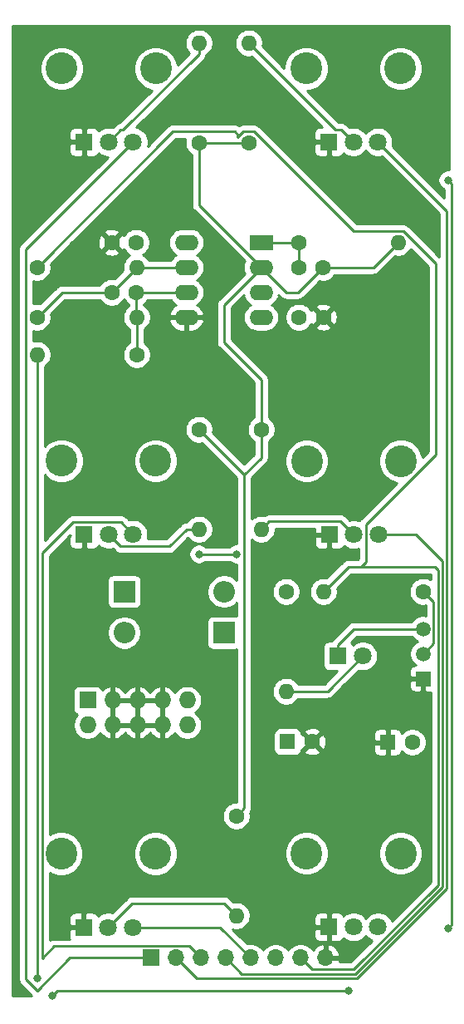
<source format=gbr>
%TF.GenerationSoftware,KiCad,Pcbnew,(5.1.9)-1*%
%TF.CreationDate,2021-08-22T20:59:49+01:00*%
%TF.ProjectId,KOSMOS Simple Mixer,4b4f534d-4f53-4205-9369-6d706c65204d,rev?*%
%TF.SameCoordinates,Original*%
%TF.FileFunction,Copper,L1,Top*%
%TF.FilePolarity,Positive*%
%FSLAX46Y46*%
G04 Gerber Fmt 4.6, Leading zero omitted, Abs format (unit mm)*
G04 Created by KiCad (PCBNEW (5.1.9)-1) date 2021-08-22 20:59:49*
%MOMM*%
%LPD*%
G01*
G04 APERTURE LIST*
%TA.AperFunction,ComponentPad*%
%ADD10C,1.600000*%
%TD*%
%TA.AperFunction,ComponentPad*%
%ADD11R,1.600000X1.600000*%
%TD*%
%TA.AperFunction,ComponentPad*%
%ADD12R,2.200000X2.200000*%
%TD*%
%TA.AperFunction,ComponentPad*%
%ADD13O,2.200000X2.200000*%
%TD*%
%TA.AperFunction,ComponentPad*%
%ADD14R,1.800000X1.800000*%
%TD*%
%TA.AperFunction,ComponentPad*%
%ADD15C,1.800000*%
%TD*%
%TA.AperFunction,ComponentPad*%
%ADD16R,1.700000X1.700000*%
%TD*%
%TA.AperFunction,ComponentPad*%
%ADD17O,1.700000X1.700000*%
%TD*%
%TA.AperFunction,ComponentPad*%
%ADD18R,1.727200X1.727200*%
%TD*%
%TA.AperFunction,ComponentPad*%
%ADD19O,1.727200X1.727200*%
%TD*%
%TA.AperFunction,ComponentPad*%
%ADD20C,1.500000*%
%TD*%
%TA.AperFunction,ComponentPad*%
%ADD21R,1.500000X1.500000*%
%TD*%
%TA.AperFunction,ComponentPad*%
%ADD22O,1.600000X1.600000*%
%TD*%
%TA.AperFunction,ComponentPad*%
%ADD23C,3.240000*%
%TD*%
%TA.AperFunction,ComponentPad*%
%ADD24R,2.400000X1.600000*%
%TD*%
%TA.AperFunction,ComponentPad*%
%ADD25O,2.400000X1.600000*%
%TD*%
%TA.AperFunction,ViaPad*%
%ADD26C,0.800000*%
%TD*%
%TA.AperFunction,Conductor*%
%ADD27C,0.250000*%
%TD*%
%TA.AperFunction,Conductor*%
%ADD28C,0.254000*%
%TD*%
%TA.AperFunction,Conductor*%
%ADD29C,0.100000*%
%TD*%
G04 APERTURE END LIST*
D10*
%TO.P,C1,2*%
%TO.N,Net-(C1-Pad2)*%
X50760000Y-54610000D03*
%TO.P,C1,1*%
%TO.N,Net-(C1-Pad1)*%
X48260000Y-54610000D03*
%TD*%
%TO.P,C2,2*%
%TO.N,Net-(C2-Pad2)*%
X31710000Y-57150000D03*
%TO.P,C2,1*%
%TO.N,Net-(C2-Pad1)*%
X29210000Y-57150000D03*
%TD*%
D11*
%TO.P,C3,1*%
%TO.N,+12V*%
X47150000Y-102930000D03*
D10*
%TO.P,C3,2*%
%TO.N,GND*%
X49650000Y-102930000D03*
%TD*%
%TO.P,C4,2*%
%TO.N,-12V*%
X59860000Y-102990000D03*
D11*
%TO.P,C4,1*%
%TO.N,GND*%
X57360000Y-102990000D03*
%TD*%
D10*
%TO.P,C5,1*%
%TO.N,GND*%
X29210000Y-52070000D03*
%TO.P,C5,2*%
%TO.N,+12V*%
X31710000Y-52070000D03*
%TD*%
%TO.P,C6,1*%
%TO.N,GND*%
X50800000Y-59690000D03*
%TO.P,C6,2*%
%TO.N,-12V*%
X48300000Y-59690000D03*
%TD*%
D12*
%TO.P,D1,1*%
%TO.N,+12V*%
X40640000Y-91830000D03*
D13*
%TO.P,D1,2*%
%TO.N,Net-(D1-Pad2)*%
X30480000Y-91830000D03*
%TD*%
%TO.P,D2,2*%
%TO.N,-12V*%
X40640000Y-87630000D03*
D12*
%TO.P,D2,1*%
%TO.N,Net-(D2-Pad1)*%
X30480000Y-87630000D03*
%TD*%
D14*
%TO.P,D3,1*%
%TO.N,Net-(D3-Pad1)*%
X52290000Y-94190000D03*
D15*
%TO.P,D3,2*%
%TO.N,Net-(D3-Pad2)*%
X54830000Y-94190000D03*
%TD*%
D16*
%TO.P,J1,1*%
%TO.N,/in1*%
X33230000Y-124947000D03*
D17*
%TO.P,J1,2*%
%TO.N,/in2*%
X35770000Y-124947000D03*
%TO.P,J1,3*%
%TO.N,/in3*%
X38310000Y-124947000D03*
%TO.P,J1,4*%
%TO.N,/in4*%
X40850000Y-124947000D03*
%TO.P,J1,5*%
%TO.N,/in5*%
X43390000Y-124947000D03*
%TO.P,J1,6*%
%TO.N,Net-(J1-Pad6)*%
X45930000Y-124947000D03*
%TO.P,J1,7*%
%TO.N,/out*%
X48470000Y-124947000D03*
%TO.P,J1,8*%
%TO.N,GND*%
X51010000Y-124947000D03*
%TD*%
D18*
%TO.P,J2,1*%
%TO.N,Net-(D2-Pad1)*%
X26750000Y-98690000D03*
D19*
%TO.P,J2,2*%
X26750000Y-101230000D03*
%TO.P,J2,3*%
%TO.N,GND*%
X29290000Y-98690000D03*
%TO.P,J2,4*%
X29290000Y-101230000D03*
%TO.P,J2,5*%
X31830000Y-98690000D03*
%TO.P,J2,6*%
X31830000Y-101230000D03*
%TO.P,J2,7*%
X34370000Y-98690000D03*
%TO.P,J2,8*%
X34370000Y-101230000D03*
%TO.P,J2,9*%
%TO.N,Net-(D1-Pad2)*%
X36910000Y-98690000D03*
%TO.P,J2,10*%
X36910000Y-101230000D03*
%TD*%
D20*
%TO.P,Q1,2*%
%TO.N,Net-(Q1-Pad2)*%
X60960000Y-93980000D03*
%TO.P,Q1,3*%
%TO.N,Net-(D3-Pad1)*%
X60960000Y-91440000D03*
D21*
%TO.P,Q1,1*%
%TO.N,GND*%
X60960000Y-96520000D03*
%TD*%
D22*
%TO.P,R1,2*%
%TO.N,Net-(R1-Pad2)*%
X38100000Y-31750000D03*
D10*
%TO.P,R1,1*%
%TO.N,Net-(C1-Pad2)*%
X38100000Y-41910000D03*
%TD*%
D22*
%TO.P,R2,2*%
%TO.N,Net-(R2-Pad2)*%
X43180000Y-31750000D03*
D10*
%TO.P,R2,1*%
%TO.N,Net-(C1-Pad2)*%
X43180000Y-41910000D03*
%TD*%
%TO.P,R3,1*%
%TO.N,Net-(C1-Pad2)*%
X38100000Y-71120000D03*
D22*
%TO.P,R3,2*%
%TO.N,Net-(R3-Pad2)*%
X38100000Y-81280000D03*
%TD*%
D10*
%TO.P,R4,1*%
%TO.N,Net-(C1-Pad2)*%
X44450000Y-71120000D03*
D22*
%TO.P,R4,2*%
%TO.N,Net-(R4-Pad2)*%
X44450000Y-81280000D03*
%TD*%
%TO.P,R5,2*%
%TO.N,Net-(R5-Pad2)*%
X41910000Y-120650000D03*
D10*
%TO.P,R5,1*%
%TO.N,Net-(C1-Pad2)*%
X41910000Y-110490000D03*
%TD*%
D22*
%TO.P,R6,2*%
%TO.N,/out*%
X50800000Y-87630000D03*
D10*
%TO.P,R6,1*%
%TO.N,Net-(Q1-Pad2)*%
X60960000Y-87630000D03*
%TD*%
%TO.P,R7,1*%
%TO.N,Net-(C1-Pad1)*%
X48260000Y-52070000D03*
D22*
%TO.P,R7,2*%
%TO.N,Net-(C1-Pad2)*%
X58420000Y-52070000D03*
%TD*%
%TO.P,R8,2*%
%TO.N,Net-(R8-Pad2)*%
X21590000Y-63500000D03*
D10*
%TO.P,R8,1*%
%TO.N,Net-(C2-Pad2)*%
X31750000Y-63500000D03*
%TD*%
%TO.P,R9,1*%
%TO.N,Net-(C2-Pad1)*%
X21590000Y-59690000D03*
D22*
%TO.P,R9,2*%
%TO.N,Net-(C2-Pad2)*%
X31750000Y-59690000D03*
%TD*%
%TO.P,R10,2*%
%TO.N,Net-(C2-Pad1)*%
X31750000Y-54610000D03*
D10*
%TO.P,R10,1*%
%TO.N,/out*%
X21590000Y-54610000D03*
%TD*%
%TO.P,R11,1*%
%TO.N,+12V*%
X46990000Y-87630000D03*
D22*
%TO.P,R11,2*%
%TO.N,Net-(D3-Pad2)*%
X46990000Y-97790000D03*
%TD*%
D23*
%TO.P,RV1,*%
%TO.N,*%
X24100000Y-34340000D03*
X33700000Y-34340000D03*
D15*
%TO.P,RV1,3*%
%TO.N,/in1*%
X31400000Y-41840000D03*
%TO.P,RV1,2*%
%TO.N,Net-(R1-Pad2)*%
X28900000Y-41840000D03*
D14*
%TO.P,RV1,1*%
%TO.N,GND*%
X26400000Y-41840000D03*
%TD*%
%TO.P,RV2,1*%
%TO.N,GND*%
X51360000Y-41840000D03*
D15*
%TO.P,RV2,2*%
%TO.N,Net-(R2-Pad2)*%
X53860000Y-41840000D03*
%TO.P,RV2,3*%
%TO.N,/in2*%
X56360000Y-41840000D03*
D23*
%TO.P,RV2,*%
%TO.N,*%
X58660000Y-34340000D03*
X49060000Y-34340000D03*
%TD*%
%TO.P,RV3,*%
%TO.N,*%
X24090000Y-74300000D03*
X33690000Y-74300000D03*
D15*
%TO.P,RV3,3*%
%TO.N,/in3*%
X31390000Y-81800000D03*
%TO.P,RV3,2*%
%TO.N,Net-(R3-Pad2)*%
X28890000Y-81800000D03*
D14*
%TO.P,RV3,1*%
%TO.N,GND*%
X26390000Y-81800000D03*
%TD*%
%TO.P,RV4,1*%
%TO.N,GND*%
X51400000Y-81830000D03*
D15*
%TO.P,RV4,2*%
%TO.N,Net-(R4-Pad2)*%
X53900000Y-81830000D03*
%TO.P,RV4,3*%
%TO.N,/in4*%
X56400000Y-81830000D03*
D23*
%TO.P,RV4,*%
%TO.N,*%
X58700000Y-74330000D03*
X49100000Y-74330000D03*
%TD*%
D14*
%TO.P,RV5,1*%
%TO.N,GND*%
X26360000Y-121830000D03*
D15*
%TO.P,RV5,2*%
%TO.N,Net-(R5-Pad2)*%
X28860000Y-121830000D03*
%TO.P,RV5,3*%
%TO.N,/in5*%
X31360000Y-121830000D03*
D23*
%TO.P,RV5,*%
%TO.N,*%
X33660000Y-114330000D03*
X24060000Y-114330000D03*
%TD*%
%TO.P,RV7,*%
%TO.N,*%
X49080000Y-114310000D03*
X58680000Y-114310000D03*
D15*
%TO.P,RV7,3*%
%TO.N,Net-(C1-Pad1)*%
X56380000Y-121810000D03*
%TO.P,RV7,2*%
%TO.N,Net-(R8-Pad2)*%
X53880000Y-121810000D03*
D14*
%TO.P,RV7,1*%
%TO.N,GND*%
X51380000Y-121810000D03*
%TD*%
D24*
%TO.P,U1,1*%
%TO.N,Net-(C1-Pad1)*%
X44450000Y-52070000D03*
D25*
%TO.P,U1,5*%
%TO.N,GND*%
X36830000Y-59690000D03*
%TO.P,U1,2*%
%TO.N,Net-(C1-Pad2)*%
X44450000Y-54610000D03*
%TO.P,U1,6*%
%TO.N,Net-(C2-Pad2)*%
X36830000Y-57150000D03*
%TO.P,U1,3*%
%TO.N,GND*%
X44450000Y-57150000D03*
%TO.P,U1,7*%
%TO.N,Net-(C2-Pad1)*%
X36830000Y-54610000D03*
%TO.P,U1,4*%
%TO.N,-12V*%
X44450000Y-59690000D03*
%TO.P,U1,8*%
%TO.N,+12V*%
X36830000Y-52070000D03*
%TD*%
D26*
%TO.N,Net-(C1-Pad1)*%
X63500000Y-121920000D03*
X63500000Y-45720000D03*
%TO.N,+12V*%
X41910000Y-83820000D03*
X38100000Y-83820000D03*
%TO.N,Net-(R8-Pad2)*%
X21590000Y-127000000D03*
X23154990Y-128804990D03*
X53340000Y-128270000D03*
%TD*%
D27*
%TO.N,Net-(C1-Pad2)*%
X42709999Y-75729999D02*
X38100000Y-71120000D01*
X42709999Y-109690001D02*
X42709999Y-75729999D01*
X41910000Y-110490000D02*
X42709999Y-109690001D01*
X44450000Y-73989998D02*
X42709999Y-75729999D01*
X44450000Y-71120000D02*
X44450000Y-73989998D01*
X44450000Y-71120000D02*
X44450000Y-66040000D01*
X44450000Y-66040000D02*
X40640000Y-62230000D01*
X40640000Y-58420000D02*
X44450000Y-54610000D01*
X40640000Y-62230000D02*
X40640000Y-58420000D01*
X44450000Y-54610000D02*
X46990000Y-57150000D01*
X48220000Y-57150000D02*
X50760000Y-54610000D01*
X46990000Y-57150000D02*
X48220000Y-57150000D01*
X55880000Y-54610000D02*
X58420000Y-52070000D01*
X50760000Y-54610000D02*
X55880000Y-54610000D01*
X43180000Y-41910000D02*
X38100000Y-41910000D01*
X38100000Y-48260000D02*
X44450000Y-54610000D01*
X38100000Y-41910000D02*
X38100000Y-48260000D01*
%TO.N,Net-(C1-Pad1)*%
X44450000Y-52070000D02*
X48260000Y-52070000D01*
X48260000Y-52070000D02*
X48260000Y-54610000D01*
X63899999Y-121520001D02*
X63899999Y-46119999D01*
X63899999Y-46119999D02*
X63500000Y-45720000D01*
X63500000Y-121920000D02*
X63899999Y-121520001D01*
%TO.N,Net-(C2-Pad2)*%
X36830000Y-57150000D02*
X31710000Y-57150000D01*
X31710000Y-59650000D02*
X31750000Y-59690000D01*
X31710000Y-57150000D02*
X31710000Y-59650000D01*
X31750000Y-59690000D02*
X31750000Y-63500000D01*
%TO.N,Net-(C2-Pad1)*%
X36830000Y-54610000D02*
X31750000Y-54610000D01*
X31750000Y-54610000D02*
X29210000Y-57150000D01*
X24130000Y-57150000D02*
X21590000Y-59690000D01*
X29210000Y-57150000D02*
X24130000Y-57150000D01*
%TO.N,+12V*%
X38100000Y-83820000D02*
X41910000Y-83820000D01*
%TO.N,Net-(D3-Pad1)*%
X53890000Y-91440000D02*
X60960000Y-91440000D01*
X52290000Y-93040000D02*
X53890000Y-91440000D01*
X52290000Y-94190000D02*
X52290000Y-93040000D01*
%TO.N,Net-(D3-Pad2)*%
X51230000Y-97790000D02*
X54830000Y-94190000D01*
X46990000Y-97790000D02*
X51230000Y-97790000D01*
%TO.N,/in1*%
X20464999Y-127144999D02*
X21590000Y-128270000D01*
X20464999Y-52775001D02*
X20464999Y-127144999D01*
X31400000Y-41840000D02*
X20464999Y-52775001D01*
X21590000Y-128270000D02*
X24913000Y-124947000D01*
X24913000Y-124947000D02*
X33230000Y-124947000D01*
%TO.N,/in2*%
X37845023Y-127022023D02*
X35770000Y-124947000D01*
X54253801Y-127022023D02*
X37845023Y-127022023D01*
X63385034Y-117890790D02*
X54253801Y-127022023D01*
X63385034Y-48865034D02*
X63385034Y-117890790D01*
X56360000Y-41840000D02*
X63385034Y-48865034D01*
%TO.N,/in3*%
X22114999Y-83689999D02*
X22114999Y-124984999D01*
X30164999Y-80574999D02*
X25229999Y-80574999D01*
X25229999Y-80574999D02*
X22114999Y-83689999D01*
X31390000Y-81800000D02*
X30164999Y-80574999D01*
X37134999Y-123771999D02*
X38310000Y-124947000D01*
X23327999Y-123771999D02*
X37134999Y-123771999D01*
X22114999Y-124984999D02*
X23327999Y-123771999D01*
%TO.N,/in4*%
X56400000Y-81830000D02*
X60240000Y-81830000D01*
X54067401Y-126572012D02*
X42475012Y-126572012D01*
X62935023Y-84525023D02*
X62935023Y-117704390D01*
X62935023Y-117704390D02*
X54067401Y-126572012D01*
X42475012Y-126572012D02*
X40850000Y-124947000D01*
X60240000Y-81830000D02*
X62935023Y-84525023D01*
%TO.N,/in5*%
X40273000Y-121830000D02*
X31360000Y-121830000D01*
X43390000Y-124947000D02*
X40273000Y-121830000D01*
%TO.N,/out*%
X50800000Y-87630000D02*
X53340000Y-85090000D01*
X35415001Y-40784999D02*
X41765001Y-40784999D01*
X21590000Y-54610000D02*
X35415001Y-40784999D01*
X58960001Y-50944999D02*
X62230000Y-54214998D01*
X53880001Y-50944999D02*
X58960001Y-50944999D01*
X43720001Y-40784999D02*
X53880001Y-50944999D01*
X42639999Y-40784999D02*
X43720001Y-40784999D01*
X42054999Y-41369999D02*
X42639999Y-40784999D01*
X42054999Y-41074997D02*
X42054999Y-41369999D01*
X41765001Y-40784999D02*
X42054999Y-41074997D01*
X55125001Y-84574999D02*
X54610000Y-85090000D01*
X62230000Y-73678602D02*
X55125001Y-80783601D01*
X62230000Y-54214998D02*
X62230000Y-73678602D01*
X55125001Y-80783601D02*
X55125001Y-84574999D01*
X53340000Y-85090000D02*
X54610000Y-85090000D01*
X62149967Y-85090000D02*
X62485012Y-85425045D01*
X62485012Y-117517990D02*
X53881001Y-126122001D01*
X62485012Y-85425045D02*
X62485012Y-117517990D01*
X54610000Y-85090000D02*
X62149967Y-85090000D01*
X53881001Y-126122001D02*
X49645001Y-126122001D01*
X49645001Y-126122001D02*
X48470000Y-124947000D01*
%TO.N,Net-(Q1-Pad2)*%
X62035001Y-88705001D02*
X60960000Y-87630000D01*
X62035001Y-92904999D02*
X62035001Y-88705001D01*
X60960000Y-93980000D02*
X62035001Y-92904999D01*
%TO.N,Net-(R1-Pad2)*%
X38100000Y-32881370D02*
X38100000Y-31750000D01*
X30125001Y-40614999D02*
X30366371Y-40614999D01*
X30366371Y-40614999D02*
X38100000Y-32881370D01*
X28900000Y-41840000D02*
X30125001Y-40614999D01*
%TO.N,Net-(R2-Pad2)*%
X52044999Y-40614999D02*
X43180000Y-31750000D01*
X52634999Y-40614999D02*
X52044999Y-40614999D01*
X53860000Y-41840000D02*
X52634999Y-40614999D01*
%TO.N,Net-(R3-Pad2)*%
X38100000Y-81280000D02*
X36830000Y-81280000D01*
X30115001Y-83025001D02*
X28890000Y-81800000D01*
X35084999Y-83025001D02*
X30115001Y-83025001D01*
X36830000Y-81280000D02*
X35084999Y-83025001D01*
%TO.N,Net-(R4-Pad2)*%
X52550001Y-80480001D02*
X53900000Y-81830000D01*
X45249999Y-80480001D02*
X52550001Y-80480001D01*
X44450000Y-81280000D02*
X45249999Y-80480001D01*
%TO.N,Net-(R5-Pad2)*%
X28860000Y-121830000D02*
X31310000Y-119380000D01*
X40640000Y-119380000D02*
X41910000Y-120650000D01*
X31310000Y-119380000D02*
X40640000Y-119380000D01*
%TO.N,Net-(R8-Pad2)*%
X21590000Y-63500000D02*
X21590000Y-127000000D01*
X23689980Y-128270000D02*
X53340000Y-128270000D01*
X23154990Y-128804990D02*
X23689980Y-128270000D01*
%TD*%
D28*
%TO.N,GND*%
X63634602Y-44691497D02*
X63601939Y-44685000D01*
X63398061Y-44685000D01*
X63198102Y-44724774D01*
X63009744Y-44802795D01*
X62840226Y-44916063D01*
X62696063Y-45060226D01*
X62582795Y-45229744D01*
X62504774Y-45418102D01*
X62465000Y-45618061D01*
X62465000Y-45821939D01*
X62504774Y-46021898D01*
X62582795Y-46210256D01*
X62696063Y-46379774D01*
X62840226Y-46523937D01*
X63009744Y-46637205D01*
X63140000Y-46691159D01*
X63140000Y-47545198D01*
X57843731Y-42248930D01*
X57895000Y-41991184D01*
X57895000Y-41688816D01*
X57836011Y-41392257D01*
X57720299Y-41112905D01*
X57552312Y-40861495D01*
X57338505Y-40647688D01*
X57087095Y-40479701D01*
X56807743Y-40363989D01*
X56511184Y-40305000D01*
X56208816Y-40305000D01*
X55912257Y-40363989D01*
X55632905Y-40479701D01*
X55381495Y-40647688D01*
X55167688Y-40861495D01*
X55110000Y-40947831D01*
X55052312Y-40861495D01*
X54838505Y-40647688D01*
X54587095Y-40479701D01*
X54307743Y-40363989D01*
X54011184Y-40305000D01*
X53708816Y-40305000D01*
X53451070Y-40356269D01*
X53198803Y-40104002D01*
X53175000Y-40074998D01*
X53059275Y-39980025D01*
X52927246Y-39909453D01*
X52783985Y-39865996D01*
X52672332Y-39854999D01*
X52672321Y-39854999D01*
X52634999Y-39851323D01*
X52597677Y-39854999D01*
X52359801Y-39854999D01*
X49099802Y-36595000D01*
X49282098Y-36595000D01*
X49717759Y-36508342D01*
X50128143Y-36338355D01*
X50497479Y-36091573D01*
X50811573Y-35777479D01*
X51058355Y-35408143D01*
X51228342Y-34997759D01*
X51315000Y-34562098D01*
X51315000Y-34117902D01*
X56405000Y-34117902D01*
X56405000Y-34562098D01*
X56491658Y-34997759D01*
X56661645Y-35408143D01*
X56908427Y-35777479D01*
X57222521Y-36091573D01*
X57591857Y-36338355D01*
X58002241Y-36508342D01*
X58437902Y-36595000D01*
X58882098Y-36595000D01*
X59317759Y-36508342D01*
X59728143Y-36338355D01*
X60097479Y-36091573D01*
X60411573Y-35777479D01*
X60658355Y-35408143D01*
X60828342Y-34997759D01*
X60915000Y-34562098D01*
X60915000Y-34117902D01*
X60828342Y-33682241D01*
X60658355Y-33271857D01*
X60411573Y-32902521D01*
X60097479Y-32588427D01*
X59728143Y-32341645D01*
X59317759Y-32171658D01*
X58882098Y-32085000D01*
X58437902Y-32085000D01*
X58002241Y-32171658D01*
X57591857Y-32341645D01*
X57222521Y-32588427D01*
X56908427Y-32902521D01*
X56661645Y-33271857D01*
X56491658Y-33682241D01*
X56405000Y-34117902D01*
X51315000Y-34117902D01*
X51228342Y-33682241D01*
X51058355Y-33271857D01*
X50811573Y-32902521D01*
X50497479Y-32588427D01*
X50128143Y-32341645D01*
X49717759Y-32171658D01*
X49282098Y-32085000D01*
X48837902Y-32085000D01*
X48402241Y-32171658D01*
X47991857Y-32341645D01*
X47622521Y-32588427D01*
X47308427Y-32902521D01*
X47061645Y-33271857D01*
X46891658Y-33682241D01*
X46805000Y-34117902D01*
X46805000Y-34300199D01*
X44578688Y-32073887D01*
X44615000Y-31891335D01*
X44615000Y-31608665D01*
X44559853Y-31331426D01*
X44451680Y-31070273D01*
X44294637Y-30835241D01*
X44094759Y-30635363D01*
X43859727Y-30478320D01*
X43598574Y-30370147D01*
X43321335Y-30315000D01*
X43038665Y-30315000D01*
X42761426Y-30370147D01*
X42500273Y-30478320D01*
X42265241Y-30635363D01*
X42065363Y-30835241D01*
X41908320Y-31070273D01*
X41800147Y-31331426D01*
X41745000Y-31608665D01*
X41745000Y-31891335D01*
X41800147Y-32168574D01*
X41908320Y-32429727D01*
X42065363Y-32664759D01*
X42265241Y-32864637D01*
X42500273Y-33021680D01*
X42761426Y-33129853D01*
X43038665Y-33185000D01*
X43321335Y-33185000D01*
X43503887Y-33148688D01*
X50658117Y-40302919D01*
X50460000Y-40301928D01*
X50335518Y-40314188D01*
X50215820Y-40350498D01*
X50105506Y-40409463D01*
X50008815Y-40488815D01*
X49929463Y-40585506D01*
X49870498Y-40695820D01*
X49834188Y-40815518D01*
X49821928Y-40940000D01*
X49825000Y-41554250D01*
X49983750Y-41713000D01*
X51233000Y-41713000D01*
X51233000Y-41693000D01*
X51487000Y-41693000D01*
X51487000Y-41713000D01*
X51507000Y-41713000D01*
X51507000Y-41967000D01*
X51487000Y-41967000D01*
X51487000Y-43216250D01*
X51645750Y-43375000D01*
X52260000Y-43378072D01*
X52384482Y-43365812D01*
X52504180Y-43329502D01*
X52614494Y-43270537D01*
X52711185Y-43191185D01*
X52790537Y-43094494D01*
X52843880Y-42994697D01*
X52881495Y-43032312D01*
X53132905Y-43200299D01*
X53412257Y-43316011D01*
X53708816Y-43375000D01*
X54011184Y-43375000D01*
X54307743Y-43316011D01*
X54587095Y-43200299D01*
X54838505Y-43032312D01*
X55052312Y-42818505D01*
X55110000Y-42732169D01*
X55167688Y-42818505D01*
X55381495Y-43032312D01*
X55632905Y-43200299D01*
X55912257Y-43316011D01*
X56208816Y-43375000D01*
X56511184Y-43375000D01*
X56768930Y-43323731D01*
X62625034Y-49179836D01*
X62625034Y-53535230D01*
X59523805Y-50434002D01*
X59500002Y-50404998D01*
X59384277Y-50310025D01*
X59252248Y-50239453D01*
X59108987Y-50195996D01*
X58997334Y-50184999D01*
X58997323Y-50184999D01*
X58960001Y-50181323D01*
X58922679Y-50184999D01*
X54194803Y-50184999D01*
X46749804Y-42740000D01*
X49821928Y-42740000D01*
X49834188Y-42864482D01*
X49870498Y-42984180D01*
X49929463Y-43094494D01*
X50008815Y-43191185D01*
X50105506Y-43270537D01*
X50215820Y-43329502D01*
X50335518Y-43365812D01*
X50460000Y-43378072D01*
X51074250Y-43375000D01*
X51233000Y-43216250D01*
X51233000Y-41967000D01*
X49983750Y-41967000D01*
X49825000Y-42125750D01*
X49821928Y-42740000D01*
X46749804Y-42740000D01*
X44283805Y-40274002D01*
X44260002Y-40244998D01*
X44144277Y-40150025D01*
X44012248Y-40079453D01*
X43868987Y-40035996D01*
X43757334Y-40024999D01*
X43757323Y-40024999D01*
X43720001Y-40021323D01*
X43682679Y-40024999D01*
X42677322Y-40024999D01*
X42639999Y-40021323D01*
X42602676Y-40024999D01*
X42602666Y-40024999D01*
X42491013Y-40035996D01*
X42347752Y-40079453D01*
X42215722Y-40150025D01*
X42202500Y-40160876D01*
X42189277Y-40150025D01*
X42057248Y-40079453D01*
X41913987Y-40035996D01*
X41802334Y-40024999D01*
X41802323Y-40024999D01*
X41765001Y-40021323D01*
X41727679Y-40024999D01*
X35452324Y-40024999D01*
X35415001Y-40021323D01*
X35377678Y-40024999D01*
X35377668Y-40024999D01*
X35266015Y-40035996D01*
X35122754Y-40079453D01*
X34990724Y-40150025D01*
X34941134Y-40190723D01*
X34875000Y-40244998D01*
X34851202Y-40273996D01*
X32885584Y-42239614D01*
X32935000Y-41991184D01*
X32935000Y-41688816D01*
X32876011Y-41392257D01*
X32760299Y-41112905D01*
X32592312Y-40861495D01*
X32378505Y-40647688D01*
X32127095Y-40479701D01*
X31847743Y-40363989D01*
X31717991Y-40338180D01*
X38611004Y-33445168D01*
X38640001Y-33421371D01*
X38666332Y-33389287D01*
X38734974Y-33305647D01*
X38805546Y-33173617D01*
X38818821Y-33129853D01*
X38849003Y-33030356D01*
X38854798Y-32971519D01*
X39014759Y-32864637D01*
X39214637Y-32664759D01*
X39371680Y-32429727D01*
X39479853Y-32168574D01*
X39535000Y-31891335D01*
X39535000Y-31608665D01*
X39479853Y-31331426D01*
X39371680Y-31070273D01*
X39214637Y-30835241D01*
X39014759Y-30635363D01*
X38779727Y-30478320D01*
X38518574Y-30370147D01*
X38241335Y-30315000D01*
X37958665Y-30315000D01*
X37681426Y-30370147D01*
X37420273Y-30478320D01*
X37185241Y-30635363D01*
X36985363Y-30835241D01*
X36828320Y-31070273D01*
X36720147Y-31331426D01*
X36665000Y-31608665D01*
X36665000Y-31891335D01*
X36720147Y-32168574D01*
X36828320Y-32429727D01*
X36985363Y-32664759D01*
X37113586Y-32792982D01*
X35927404Y-33979165D01*
X35868342Y-33682241D01*
X35698355Y-33271857D01*
X35451573Y-32902521D01*
X35137479Y-32588427D01*
X34768143Y-32341645D01*
X34357759Y-32171658D01*
X33922098Y-32085000D01*
X33477902Y-32085000D01*
X33042241Y-32171658D01*
X32631857Y-32341645D01*
X32262521Y-32588427D01*
X31948427Y-32902521D01*
X31701645Y-33271857D01*
X31531658Y-33682241D01*
X31445000Y-34117902D01*
X31445000Y-34562098D01*
X31531658Y-34997759D01*
X31701645Y-35408143D01*
X31948427Y-35777479D01*
X32262521Y-36091573D01*
X32631857Y-36338355D01*
X33042241Y-36508342D01*
X33339165Y-36567404D01*
X30047626Y-39858943D01*
X29976015Y-39865996D01*
X29832754Y-39909453D01*
X29700724Y-39980025D01*
X29650403Y-40021323D01*
X29585000Y-40074998D01*
X29561202Y-40103996D01*
X29308930Y-40356269D01*
X29051184Y-40305000D01*
X28748816Y-40305000D01*
X28452257Y-40363989D01*
X28172905Y-40479701D01*
X27921495Y-40647688D01*
X27883880Y-40685303D01*
X27830537Y-40585506D01*
X27751185Y-40488815D01*
X27654494Y-40409463D01*
X27544180Y-40350498D01*
X27424482Y-40314188D01*
X27300000Y-40301928D01*
X26685750Y-40305000D01*
X26527000Y-40463750D01*
X26527000Y-41713000D01*
X26547000Y-41713000D01*
X26547000Y-41967000D01*
X26527000Y-41967000D01*
X26527000Y-43216250D01*
X26685750Y-43375000D01*
X27300000Y-43378072D01*
X27424482Y-43365812D01*
X27544180Y-43329502D01*
X27654494Y-43270537D01*
X27751185Y-43191185D01*
X27830537Y-43094494D01*
X27883880Y-42994697D01*
X27921495Y-43032312D01*
X28172905Y-43200299D01*
X28452257Y-43316011D01*
X28748816Y-43375000D01*
X28790198Y-43375000D01*
X19954002Y-52211197D01*
X19924998Y-52235000D01*
X19869870Y-52302175D01*
X19830025Y-52350725D01*
X19792927Y-52420130D01*
X19759453Y-52482755D01*
X19715996Y-52626016D01*
X19704999Y-52737669D01*
X19704999Y-52737679D01*
X19701323Y-52775001D01*
X19704999Y-52812323D01*
X19705000Y-127107666D01*
X19701323Y-127144999D01*
X19705000Y-127182332D01*
X19715997Y-127293985D01*
X19722150Y-127314269D01*
X19759453Y-127437245D01*
X19830025Y-127569275D01*
X19883986Y-127635026D01*
X19924999Y-127685000D01*
X19953997Y-127708798D01*
X21015198Y-128770000D01*
X19089868Y-128770000D01*
X19072676Y-42740000D01*
X24861928Y-42740000D01*
X24874188Y-42864482D01*
X24910498Y-42984180D01*
X24969463Y-43094494D01*
X25048815Y-43191185D01*
X25145506Y-43270537D01*
X25255820Y-43329502D01*
X25375518Y-43365812D01*
X25500000Y-43378072D01*
X26114250Y-43375000D01*
X26273000Y-43216250D01*
X26273000Y-41967000D01*
X25023750Y-41967000D01*
X24865000Y-42125750D01*
X24861928Y-42740000D01*
X19072676Y-42740000D01*
X19072317Y-40940000D01*
X24861928Y-40940000D01*
X24865000Y-41554250D01*
X25023750Y-41713000D01*
X26273000Y-41713000D01*
X26273000Y-40463750D01*
X26114250Y-40305000D01*
X25500000Y-40301928D01*
X25375518Y-40314188D01*
X25255820Y-40350498D01*
X25145506Y-40409463D01*
X25048815Y-40488815D01*
X24969463Y-40585506D01*
X24910498Y-40695820D01*
X24874188Y-40815518D01*
X24861928Y-40940000D01*
X19072317Y-40940000D01*
X19070952Y-34117902D01*
X21845000Y-34117902D01*
X21845000Y-34562098D01*
X21931658Y-34997759D01*
X22101645Y-35408143D01*
X22348427Y-35777479D01*
X22662521Y-36091573D01*
X23031857Y-36338355D01*
X23442241Y-36508342D01*
X23877902Y-36595000D01*
X24322098Y-36595000D01*
X24757759Y-36508342D01*
X25168143Y-36338355D01*
X25537479Y-36091573D01*
X25851573Y-35777479D01*
X26098355Y-35408143D01*
X26268342Y-34997759D01*
X26355000Y-34562098D01*
X26355000Y-34117902D01*
X26268342Y-33682241D01*
X26098355Y-33271857D01*
X25851573Y-32902521D01*
X25537479Y-32588427D01*
X25168143Y-32341645D01*
X24757759Y-32171658D01*
X24322098Y-32085000D01*
X23877902Y-32085000D01*
X23442241Y-32171658D01*
X23031857Y-32341645D01*
X22662521Y-32588427D01*
X22348427Y-32902521D01*
X22101645Y-33271857D01*
X21931658Y-33682241D01*
X21845000Y-34117902D01*
X19070952Y-34117902D01*
X19070129Y-30000000D01*
X63630198Y-30000000D01*
X63634602Y-44691497D01*
%TA.AperFunction,Conductor*%
D29*
G36*
X63634602Y-44691497D02*
G01*
X63601939Y-44685000D01*
X63398061Y-44685000D01*
X63198102Y-44724774D01*
X63009744Y-44802795D01*
X62840226Y-44916063D01*
X62696063Y-45060226D01*
X62582795Y-45229744D01*
X62504774Y-45418102D01*
X62465000Y-45618061D01*
X62465000Y-45821939D01*
X62504774Y-46021898D01*
X62582795Y-46210256D01*
X62696063Y-46379774D01*
X62840226Y-46523937D01*
X63009744Y-46637205D01*
X63140000Y-46691159D01*
X63140000Y-47545198D01*
X57843731Y-42248930D01*
X57895000Y-41991184D01*
X57895000Y-41688816D01*
X57836011Y-41392257D01*
X57720299Y-41112905D01*
X57552312Y-40861495D01*
X57338505Y-40647688D01*
X57087095Y-40479701D01*
X56807743Y-40363989D01*
X56511184Y-40305000D01*
X56208816Y-40305000D01*
X55912257Y-40363989D01*
X55632905Y-40479701D01*
X55381495Y-40647688D01*
X55167688Y-40861495D01*
X55110000Y-40947831D01*
X55052312Y-40861495D01*
X54838505Y-40647688D01*
X54587095Y-40479701D01*
X54307743Y-40363989D01*
X54011184Y-40305000D01*
X53708816Y-40305000D01*
X53451070Y-40356269D01*
X53198803Y-40104002D01*
X53175000Y-40074998D01*
X53059275Y-39980025D01*
X52927246Y-39909453D01*
X52783985Y-39865996D01*
X52672332Y-39854999D01*
X52672321Y-39854999D01*
X52634999Y-39851323D01*
X52597677Y-39854999D01*
X52359801Y-39854999D01*
X49099802Y-36595000D01*
X49282098Y-36595000D01*
X49717759Y-36508342D01*
X50128143Y-36338355D01*
X50497479Y-36091573D01*
X50811573Y-35777479D01*
X51058355Y-35408143D01*
X51228342Y-34997759D01*
X51315000Y-34562098D01*
X51315000Y-34117902D01*
X56405000Y-34117902D01*
X56405000Y-34562098D01*
X56491658Y-34997759D01*
X56661645Y-35408143D01*
X56908427Y-35777479D01*
X57222521Y-36091573D01*
X57591857Y-36338355D01*
X58002241Y-36508342D01*
X58437902Y-36595000D01*
X58882098Y-36595000D01*
X59317759Y-36508342D01*
X59728143Y-36338355D01*
X60097479Y-36091573D01*
X60411573Y-35777479D01*
X60658355Y-35408143D01*
X60828342Y-34997759D01*
X60915000Y-34562098D01*
X60915000Y-34117902D01*
X60828342Y-33682241D01*
X60658355Y-33271857D01*
X60411573Y-32902521D01*
X60097479Y-32588427D01*
X59728143Y-32341645D01*
X59317759Y-32171658D01*
X58882098Y-32085000D01*
X58437902Y-32085000D01*
X58002241Y-32171658D01*
X57591857Y-32341645D01*
X57222521Y-32588427D01*
X56908427Y-32902521D01*
X56661645Y-33271857D01*
X56491658Y-33682241D01*
X56405000Y-34117902D01*
X51315000Y-34117902D01*
X51228342Y-33682241D01*
X51058355Y-33271857D01*
X50811573Y-32902521D01*
X50497479Y-32588427D01*
X50128143Y-32341645D01*
X49717759Y-32171658D01*
X49282098Y-32085000D01*
X48837902Y-32085000D01*
X48402241Y-32171658D01*
X47991857Y-32341645D01*
X47622521Y-32588427D01*
X47308427Y-32902521D01*
X47061645Y-33271857D01*
X46891658Y-33682241D01*
X46805000Y-34117902D01*
X46805000Y-34300199D01*
X44578688Y-32073887D01*
X44615000Y-31891335D01*
X44615000Y-31608665D01*
X44559853Y-31331426D01*
X44451680Y-31070273D01*
X44294637Y-30835241D01*
X44094759Y-30635363D01*
X43859727Y-30478320D01*
X43598574Y-30370147D01*
X43321335Y-30315000D01*
X43038665Y-30315000D01*
X42761426Y-30370147D01*
X42500273Y-30478320D01*
X42265241Y-30635363D01*
X42065363Y-30835241D01*
X41908320Y-31070273D01*
X41800147Y-31331426D01*
X41745000Y-31608665D01*
X41745000Y-31891335D01*
X41800147Y-32168574D01*
X41908320Y-32429727D01*
X42065363Y-32664759D01*
X42265241Y-32864637D01*
X42500273Y-33021680D01*
X42761426Y-33129853D01*
X43038665Y-33185000D01*
X43321335Y-33185000D01*
X43503887Y-33148688D01*
X50658117Y-40302919D01*
X50460000Y-40301928D01*
X50335518Y-40314188D01*
X50215820Y-40350498D01*
X50105506Y-40409463D01*
X50008815Y-40488815D01*
X49929463Y-40585506D01*
X49870498Y-40695820D01*
X49834188Y-40815518D01*
X49821928Y-40940000D01*
X49825000Y-41554250D01*
X49983750Y-41713000D01*
X51233000Y-41713000D01*
X51233000Y-41693000D01*
X51487000Y-41693000D01*
X51487000Y-41713000D01*
X51507000Y-41713000D01*
X51507000Y-41967000D01*
X51487000Y-41967000D01*
X51487000Y-43216250D01*
X51645750Y-43375000D01*
X52260000Y-43378072D01*
X52384482Y-43365812D01*
X52504180Y-43329502D01*
X52614494Y-43270537D01*
X52711185Y-43191185D01*
X52790537Y-43094494D01*
X52843880Y-42994697D01*
X52881495Y-43032312D01*
X53132905Y-43200299D01*
X53412257Y-43316011D01*
X53708816Y-43375000D01*
X54011184Y-43375000D01*
X54307743Y-43316011D01*
X54587095Y-43200299D01*
X54838505Y-43032312D01*
X55052312Y-42818505D01*
X55110000Y-42732169D01*
X55167688Y-42818505D01*
X55381495Y-43032312D01*
X55632905Y-43200299D01*
X55912257Y-43316011D01*
X56208816Y-43375000D01*
X56511184Y-43375000D01*
X56768930Y-43323731D01*
X62625034Y-49179836D01*
X62625034Y-53535230D01*
X59523805Y-50434002D01*
X59500002Y-50404998D01*
X59384277Y-50310025D01*
X59252248Y-50239453D01*
X59108987Y-50195996D01*
X58997334Y-50184999D01*
X58997323Y-50184999D01*
X58960001Y-50181323D01*
X58922679Y-50184999D01*
X54194803Y-50184999D01*
X46749804Y-42740000D01*
X49821928Y-42740000D01*
X49834188Y-42864482D01*
X49870498Y-42984180D01*
X49929463Y-43094494D01*
X50008815Y-43191185D01*
X50105506Y-43270537D01*
X50215820Y-43329502D01*
X50335518Y-43365812D01*
X50460000Y-43378072D01*
X51074250Y-43375000D01*
X51233000Y-43216250D01*
X51233000Y-41967000D01*
X49983750Y-41967000D01*
X49825000Y-42125750D01*
X49821928Y-42740000D01*
X46749804Y-42740000D01*
X44283805Y-40274002D01*
X44260002Y-40244998D01*
X44144277Y-40150025D01*
X44012248Y-40079453D01*
X43868987Y-40035996D01*
X43757334Y-40024999D01*
X43757323Y-40024999D01*
X43720001Y-40021323D01*
X43682679Y-40024999D01*
X42677322Y-40024999D01*
X42639999Y-40021323D01*
X42602676Y-40024999D01*
X42602666Y-40024999D01*
X42491013Y-40035996D01*
X42347752Y-40079453D01*
X42215722Y-40150025D01*
X42202500Y-40160876D01*
X42189277Y-40150025D01*
X42057248Y-40079453D01*
X41913987Y-40035996D01*
X41802334Y-40024999D01*
X41802323Y-40024999D01*
X41765001Y-40021323D01*
X41727679Y-40024999D01*
X35452324Y-40024999D01*
X35415001Y-40021323D01*
X35377678Y-40024999D01*
X35377668Y-40024999D01*
X35266015Y-40035996D01*
X35122754Y-40079453D01*
X34990724Y-40150025D01*
X34941134Y-40190723D01*
X34875000Y-40244998D01*
X34851202Y-40273996D01*
X32885584Y-42239614D01*
X32935000Y-41991184D01*
X32935000Y-41688816D01*
X32876011Y-41392257D01*
X32760299Y-41112905D01*
X32592312Y-40861495D01*
X32378505Y-40647688D01*
X32127095Y-40479701D01*
X31847743Y-40363989D01*
X31717991Y-40338180D01*
X38611004Y-33445168D01*
X38640001Y-33421371D01*
X38666332Y-33389287D01*
X38734974Y-33305647D01*
X38805546Y-33173617D01*
X38818821Y-33129853D01*
X38849003Y-33030356D01*
X38854798Y-32971519D01*
X39014759Y-32864637D01*
X39214637Y-32664759D01*
X39371680Y-32429727D01*
X39479853Y-32168574D01*
X39535000Y-31891335D01*
X39535000Y-31608665D01*
X39479853Y-31331426D01*
X39371680Y-31070273D01*
X39214637Y-30835241D01*
X39014759Y-30635363D01*
X38779727Y-30478320D01*
X38518574Y-30370147D01*
X38241335Y-30315000D01*
X37958665Y-30315000D01*
X37681426Y-30370147D01*
X37420273Y-30478320D01*
X37185241Y-30635363D01*
X36985363Y-30835241D01*
X36828320Y-31070273D01*
X36720147Y-31331426D01*
X36665000Y-31608665D01*
X36665000Y-31891335D01*
X36720147Y-32168574D01*
X36828320Y-32429727D01*
X36985363Y-32664759D01*
X37113586Y-32792982D01*
X35927404Y-33979165D01*
X35868342Y-33682241D01*
X35698355Y-33271857D01*
X35451573Y-32902521D01*
X35137479Y-32588427D01*
X34768143Y-32341645D01*
X34357759Y-32171658D01*
X33922098Y-32085000D01*
X33477902Y-32085000D01*
X33042241Y-32171658D01*
X32631857Y-32341645D01*
X32262521Y-32588427D01*
X31948427Y-32902521D01*
X31701645Y-33271857D01*
X31531658Y-33682241D01*
X31445000Y-34117902D01*
X31445000Y-34562098D01*
X31531658Y-34997759D01*
X31701645Y-35408143D01*
X31948427Y-35777479D01*
X32262521Y-36091573D01*
X32631857Y-36338355D01*
X33042241Y-36508342D01*
X33339165Y-36567404D01*
X30047626Y-39858943D01*
X29976015Y-39865996D01*
X29832754Y-39909453D01*
X29700724Y-39980025D01*
X29650403Y-40021323D01*
X29585000Y-40074998D01*
X29561202Y-40103996D01*
X29308930Y-40356269D01*
X29051184Y-40305000D01*
X28748816Y-40305000D01*
X28452257Y-40363989D01*
X28172905Y-40479701D01*
X27921495Y-40647688D01*
X27883880Y-40685303D01*
X27830537Y-40585506D01*
X27751185Y-40488815D01*
X27654494Y-40409463D01*
X27544180Y-40350498D01*
X27424482Y-40314188D01*
X27300000Y-40301928D01*
X26685750Y-40305000D01*
X26527000Y-40463750D01*
X26527000Y-41713000D01*
X26547000Y-41713000D01*
X26547000Y-41967000D01*
X26527000Y-41967000D01*
X26527000Y-43216250D01*
X26685750Y-43375000D01*
X27300000Y-43378072D01*
X27424482Y-43365812D01*
X27544180Y-43329502D01*
X27654494Y-43270537D01*
X27751185Y-43191185D01*
X27830537Y-43094494D01*
X27883880Y-42994697D01*
X27921495Y-43032312D01*
X28172905Y-43200299D01*
X28452257Y-43316011D01*
X28748816Y-43375000D01*
X28790198Y-43375000D01*
X19954002Y-52211197D01*
X19924998Y-52235000D01*
X19869870Y-52302175D01*
X19830025Y-52350725D01*
X19792927Y-52420130D01*
X19759453Y-52482755D01*
X19715996Y-52626016D01*
X19704999Y-52737669D01*
X19704999Y-52737679D01*
X19701323Y-52775001D01*
X19704999Y-52812323D01*
X19705000Y-127107666D01*
X19701323Y-127144999D01*
X19705000Y-127182332D01*
X19715997Y-127293985D01*
X19722150Y-127314269D01*
X19759453Y-127437245D01*
X19830025Y-127569275D01*
X19883986Y-127635026D01*
X19924999Y-127685000D01*
X19953997Y-127708798D01*
X21015198Y-128770000D01*
X19089868Y-128770000D01*
X19072676Y-42740000D01*
X24861928Y-42740000D01*
X24874188Y-42864482D01*
X24910498Y-42984180D01*
X24969463Y-43094494D01*
X25048815Y-43191185D01*
X25145506Y-43270537D01*
X25255820Y-43329502D01*
X25375518Y-43365812D01*
X25500000Y-43378072D01*
X26114250Y-43375000D01*
X26273000Y-43216250D01*
X26273000Y-41967000D01*
X25023750Y-41967000D01*
X24865000Y-42125750D01*
X24861928Y-42740000D01*
X19072676Y-42740000D01*
X19072317Y-40940000D01*
X24861928Y-40940000D01*
X24865000Y-41554250D01*
X25023750Y-41713000D01*
X26273000Y-41713000D01*
X26273000Y-40463750D01*
X26114250Y-40305000D01*
X25500000Y-40301928D01*
X25375518Y-40314188D01*
X25255820Y-40350498D01*
X25145506Y-40409463D01*
X25048815Y-40488815D01*
X24969463Y-40585506D01*
X24910498Y-40695820D01*
X24874188Y-40815518D01*
X24861928Y-40940000D01*
X19072317Y-40940000D01*
X19070952Y-34117902D01*
X21845000Y-34117902D01*
X21845000Y-34562098D01*
X21931658Y-34997759D01*
X22101645Y-35408143D01*
X22348427Y-35777479D01*
X22662521Y-36091573D01*
X23031857Y-36338355D01*
X23442241Y-36508342D01*
X23877902Y-36595000D01*
X24322098Y-36595000D01*
X24757759Y-36508342D01*
X25168143Y-36338355D01*
X25537479Y-36091573D01*
X25851573Y-35777479D01*
X26098355Y-35408143D01*
X26268342Y-34997759D01*
X26355000Y-34562098D01*
X26355000Y-34117902D01*
X26268342Y-33682241D01*
X26098355Y-33271857D01*
X25851573Y-32902521D01*
X25537479Y-32588427D01*
X25168143Y-32341645D01*
X24757759Y-32171658D01*
X24322098Y-32085000D01*
X23877902Y-32085000D01*
X23442241Y-32171658D01*
X23031857Y-32341645D01*
X22662521Y-32588427D01*
X22348427Y-32902521D01*
X22101645Y-33271857D01*
X21931658Y-33682241D01*
X21845000Y-34117902D01*
X19070952Y-34117902D01*
X19070129Y-30000000D01*
X63630198Y-30000000D01*
X63634602Y-44691497D01*
G37*
%TD.AperFunction*%
D28*
X36665000Y-41768665D02*
X36665000Y-42051335D01*
X36720147Y-42328574D01*
X36828320Y-42589727D01*
X36985363Y-42824759D01*
X37185241Y-43024637D01*
X37340000Y-43128044D01*
X37340001Y-48222668D01*
X37336324Y-48260000D01*
X37340001Y-48297333D01*
X37350998Y-48408986D01*
X37360636Y-48440758D01*
X37394454Y-48552246D01*
X37465026Y-48684276D01*
X37491102Y-48716049D01*
X37560000Y-48800001D01*
X37588998Y-48823799D01*
X42754592Y-53989393D01*
X42717818Y-54058192D01*
X42635764Y-54328691D01*
X42608057Y-54610000D01*
X42635764Y-54891309D01*
X42717818Y-55161808D01*
X42754592Y-55230607D01*
X40128998Y-57856201D01*
X40100000Y-57879999D01*
X40076202Y-57908997D01*
X40076201Y-57908998D01*
X40005026Y-57995724D01*
X39934454Y-58127754D01*
X39904180Y-58227558D01*
X39890998Y-58271014D01*
X39880001Y-58382667D01*
X39876324Y-58420000D01*
X39880001Y-58457332D01*
X39880000Y-62192677D01*
X39876324Y-62230000D01*
X39880000Y-62267322D01*
X39880000Y-62267332D01*
X39890997Y-62378985D01*
X39934454Y-62522246D01*
X40005026Y-62654276D01*
X40044871Y-62702826D01*
X40099999Y-62770001D01*
X40129003Y-62793804D01*
X43690001Y-66354803D01*
X43690000Y-69901956D01*
X43535241Y-70005363D01*
X43335363Y-70205241D01*
X43178320Y-70440273D01*
X43070147Y-70701426D01*
X43015000Y-70978665D01*
X43015000Y-71261335D01*
X43070147Y-71538574D01*
X43178320Y-71799727D01*
X43335363Y-72034759D01*
X43535241Y-72234637D01*
X43690000Y-72338044D01*
X43690001Y-73675195D01*
X42709999Y-74655197D01*
X39498688Y-71443887D01*
X39535000Y-71261335D01*
X39535000Y-70978665D01*
X39479853Y-70701426D01*
X39371680Y-70440273D01*
X39214637Y-70205241D01*
X39014759Y-70005363D01*
X38779727Y-69848320D01*
X38518574Y-69740147D01*
X38241335Y-69685000D01*
X37958665Y-69685000D01*
X37681426Y-69740147D01*
X37420273Y-69848320D01*
X37185241Y-70005363D01*
X36985363Y-70205241D01*
X36828320Y-70440273D01*
X36720147Y-70701426D01*
X36665000Y-70978665D01*
X36665000Y-71261335D01*
X36720147Y-71538574D01*
X36828320Y-71799727D01*
X36985363Y-72034759D01*
X37185241Y-72234637D01*
X37420273Y-72391680D01*
X37681426Y-72499853D01*
X37958665Y-72555000D01*
X38241335Y-72555000D01*
X38423887Y-72518688D01*
X41950000Y-76044802D01*
X41950000Y-82785000D01*
X41808061Y-82785000D01*
X41608102Y-82824774D01*
X41419744Y-82902795D01*
X41250226Y-83016063D01*
X41206289Y-83060000D01*
X38803711Y-83060000D01*
X38759774Y-83016063D01*
X38590256Y-82902795D01*
X38401898Y-82824774D01*
X38201939Y-82785000D01*
X37998061Y-82785000D01*
X37798102Y-82824774D01*
X37609744Y-82902795D01*
X37440226Y-83016063D01*
X37296063Y-83160226D01*
X37182795Y-83329744D01*
X37104774Y-83518102D01*
X37065000Y-83718061D01*
X37065000Y-83921939D01*
X37104774Y-84121898D01*
X37182795Y-84310256D01*
X37296063Y-84479774D01*
X37440226Y-84623937D01*
X37609744Y-84737205D01*
X37798102Y-84815226D01*
X37998061Y-84855000D01*
X38201939Y-84855000D01*
X38401898Y-84815226D01*
X38590256Y-84737205D01*
X38759774Y-84623937D01*
X38803711Y-84580000D01*
X41206289Y-84580000D01*
X41250226Y-84623937D01*
X41419744Y-84737205D01*
X41608102Y-84815226D01*
X41808061Y-84855000D01*
X41950000Y-84855000D01*
X41950000Y-86486339D01*
X41745998Y-86282337D01*
X41461831Y-86092463D01*
X41146081Y-85961675D01*
X40810883Y-85895000D01*
X40469117Y-85895000D01*
X40133919Y-85961675D01*
X39818169Y-86092463D01*
X39534002Y-86282337D01*
X39292337Y-86524002D01*
X39102463Y-86808169D01*
X38971675Y-87123919D01*
X38905000Y-87459117D01*
X38905000Y-87800883D01*
X38971675Y-88136081D01*
X39102463Y-88451831D01*
X39292337Y-88735998D01*
X39534002Y-88977663D01*
X39818169Y-89167537D01*
X40133919Y-89298325D01*
X40469117Y-89365000D01*
X40810883Y-89365000D01*
X41146081Y-89298325D01*
X41461831Y-89167537D01*
X41745998Y-88977663D01*
X41950000Y-88773661D01*
X41950000Y-90130129D01*
X41864482Y-90104188D01*
X41740000Y-90091928D01*
X39540000Y-90091928D01*
X39415518Y-90104188D01*
X39295820Y-90140498D01*
X39185506Y-90199463D01*
X39088815Y-90278815D01*
X39009463Y-90375506D01*
X38950498Y-90485820D01*
X38914188Y-90605518D01*
X38901928Y-90730000D01*
X38901928Y-92930000D01*
X38914188Y-93054482D01*
X38950498Y-93174180D01*
X39009463Y-93284494D01*
X39088815Y-93381185D01*
X39185506Y-93460537D01*
X39295820Y-93519502D01*
X39415518Y-93555812D01*
X39540000Y-93568072D01*
X41740000Y-93568072D01*
X41864482Y-93555812D01*
X41949999Y-93529871D01*
X41949999Y-109055000D01*
X41768665Y-109055000D01*
X41491426Y-109110147D01*
X41230273Y-109218320D01*
X40995241Y-109375363D01*
X40795363Y-109575241D01*
X40638320Y-109810273D01*
X40530147Y-110071426D01*
X40475000Y-110348665D01*
X40475000Y-110631335D01*
X40530147Y-110908574D01*
X40638320Y-111169727D01*
X40795363Y-111404759D01*
X40995241Y-111604637D01*
X41230273Y-111761680D01*
X41491426Y-111869853D01*
X41768665Y-111925000D01*
X42051335Y-111925000D01*
X42328574Y-111869853D01*
X42589727Y-111761680D01*
X42824759Y-111604637D01*
X43024637Y-111404759D01*
X43181680Y-111169727D01*
X43289853Y-110908574D01*
X43345000Y-110631335D01*
X43345000Y-110348665D01*
X43307467Y-110159978D01*
X43344972Y-110114278D01*
X43344973Y-110114277D01*
X43415545Y-109982248D01*
X43459002Y-109838987D01*
X43469999Y-109727334D01*
X43469999Y-109727325D01*
X43473675Y-109690002D01*
X43469999Y-109652679D01*
X43469999Y-102130000D01*
X45711928Y-102130000D01*
X45711928Y-103730000D01*
X45724188Y-103854482D01*
X45760498Y-103974180D01*
X45819463Y-104084494D01*
X45898815Y-104181185D01*
X45995506Y-104260537D01*
X46105820Y-104319502D01*
X46225518Y-104355812D01*
X46350000Y-104368072D01*
X47950000Y-104368072D01*
X48074482Y-104355812D01*
X48194180Y-104319502D01*
X48304494Y-104260537D01*
X48401185Y-104181185D01*
X48480537Y-104084494D01*
X48539502Y-103974180D01*
X48555117Y-103922702D01*
X48836903Y-103922702D01*
X48908486Y-104166671D01*
X49163996Y-104287571D01*
X49438184Y-104356300D01*
X49720512Y-104370217D01*
X50000130Y-104328787D01*
X50266292Y-104233603D01*
X50391514Y-104166671D01*
X50463097Y-103922702D01*
X50330395Y-103790000D01*
X55921928Y-103790000D01*
X55934188Y-103914482D01*
X55970498Y-104034180D01*
X56029463Y-104144494D01*
X56108815Y-104241185D01*
X56205506Y-104320537D01*
X56315820Y-104379502D01*
X56435518Y-104415812D01*
X56560000Y-104428072D01*
X57074250Y-104425000D01*
X57233000Y-104266250D01*
X57233000Y-103117000D01*
X56083750Y-103117000D01*
X55925000Y-103275750D01*
X55921928Y-103790000D01*
X50330395Y-103790000D01*
X49650000Y-103109605D01*
X48836903Y-103922702D01*
X48555117Y-103922702D01*
X48575812Y-103854482D01*
X48588072Y-103730000D01*
X48588072Y-103722785D01*
X48657298Y-103743097D01*
X49470395Y-102930000D01*
X49829605Y-102930000D01*
X50642702Y-103743097D01*
X50886671Y-103671514D01*
X51007571Y-103416004D01*
X51076300Y-103141816D01*
X51090217Y-102859488D01*
X51048787Y-102579870D01*
X50953603Y-102313708D01*
X50887481Y-102190000D01*
X55921928Y-102190000D01*
X55925000Y-102704250D01*
X56083750Y-102863000D01*
X57233000Y-102863000D01*
X57233000Y-101713750D01*
X57487000Y-101713750D01*
X57487000Y-102863000D01*
X57507000Y-102863000D01*
X57507000Y-103117000D01*
X57487000Y-103117000D01*
X57487000Y-104266250D01*
X57645750Y-104425000D01*
X58160000Y-104428072D01*
X58284482Y-104415812D01*
X58404180Y-104379502D01*
X58514494Y-104320537D01*
X58611185Y-104241185D01*
X58690537Y-104144494D01*
X58749502Y-104034180D01*
X58778661Y-103938057D01*
X58945241Y-104104637D01*
X59180273Y-104261680D01*
X59441426Y-104369853D01*
X59718665Y-104425000D01*
X60001335Y-104425000D01*
X60278574Y-104369853D01*
X60539727Y-104261680D01*
X60774759Y-104104637D01*
X60974637Y-103904759D01*
X61131680Y-103669727D01*
X61239853Y-103408574D01*
X61295000Y-103131335D01*
X61295000Y-102848665D01*
X61239853Y-102571426D01*
X61131680Y-102310273D01*
X60974637Y-102075241D01*
X60774759Y-101875363D01*
X60539727Y-101718320D01*
X60278574Y-101610147D01*
X60001335Y-101555000D01*
X59718665Y-101555000D01*
X59441426Y-101610147D01*
X59180273Y-101718320D01*
X58945241Y-101875363D01*
X58778661Y-102041943D01*
X58749502Y-101945820D01*
X58690537Y-101835506D01*
X58611185Y-101738815D01*
X58514494Y-101659463D01*
X58404180Y-101600498D01*
X58284482Y-101564188D01*
X58160000Y-101551928D01*
X57645750Y-101555000D01*
X57487000Y-101713750D01*
X57233000Y-101713750D01*
X57074250Y-101555000D01*
X56560000Y-101551928D01*
X56435518Y-101564188D01*
X56315820Y-101600498D01*
X56205506Y-101659463D01*
X56108815Y-101738815D01*
X56029463Y-101835506D01*
X55970498Y-101945820D01*
X55934188Y-102065518D01*
X55921928Y-102190000D01*
X50887481Y-102190000D01*
X50886671Y-102188486D01*
X50642702Y-102116903D01*
X49829605Y-102930000D01*
X49470395Y-102930000D01*
X48657298Y-102116903D01*
X48588072Y-102137215D01*
X48588072Y-102130000D01*
X48575812Y-102005518D01*
X48555118Y-101937298D01*
X48836903Y-101937298D01*
X49650000Y-102750395D01*
X50463097Y-101937298D01*
X50391514Y-101693329D01*
X50136004Y-101572429D01*
X49861816Y-101503700D01*
X49579488Y-101489783D01*
X49299870Y-101531213D01*
X49033708Y-101626397D01*
X48908486Y-101693329D01*
X48836903Y-101937298D01*
X48555118Y-101937298D01*
X48539502Y-101885820D01*
X48480537Y-101775506D01*
X48401185Y-101678815D01*
X48304494Y-101599463D01*
X48194180Y-101540498D01*
X48074482Y-101504188D01*
X47950000Y-101491928D01*
X46350000Y-101491928D01*
X46225518Y-101504188D01*
X46105820Y-101540498D01*
X45995506Y-101599463D01*
X45898815Y-101678815D01*
X45819463Y-101775506D01*
X45760498Y-101885820D01*
X45724188Y-102005518D01*
X45711928Y-102130000D01*
X43469999Y-102130000D01*
X43469999Y-87488665D01*
X45555000Y-87488665D01*
X45555000Y-87771335D01*
X45610147Y-88048574D01*
X45718320Y-88309727D01*
X45875363Y-88544759D01*
X46075241Y-88744637D01*
X46310273Y-88901680D01*
X46571426Y-89009853D01*
X46848665Y-89065000D01*
X47131335Y-89065000D01*
X47408574Y-89009853D01*
X47669727Y-88901680D01*
X47904759Y-88744637D01*
X48104637Y-88544759D01*
X48261680Y-88309727D01*
X48369853Y-88048574D01*
X48425000Y-87771335D01*
X48425000Y-87488665D01*
X48369853Y-87211426D01*
X48261680Y-86950273D01*
X48104637Y-86715241D01*
X47904759Y-86515363D01*
X47669727Y-86358320D01*
X47408574Y-86250147D01*
X47131335Y-86195000D01*
X46848665Y-86195000D01*
X46571426Y-86250147D01*
X46310273Y-86358320D01*
X46075241Y-86515363D01*
X45875363Y-86715241D01*
X45718320Y-86950273D01*
X45610147Y-87211426D01*
X45555000Y-87488665D01*
X43469999Y-87488665D01*
X43469999Y-82730000D01*
X49861928Y-82730000D01*
X49874188Y-82854482D01*
X49910498Y-82974180D01*
X49969463Y-83084494D01*
X50048815Y-83181185D01*
X50145506Y-83260537D01*
X50255820Y-83319502D01*
X50375518Y-83355812D01*
X50500000Y-83368072D01*
X51114250Y-83365000D01*
X51273000Y-83206250D01*
X51273000Y-81957000D01*
X50023750Y-81957000D01*
X49865000Y-82115750D01*
X49861928Y-82730000D01*
X43469999Y-82730000D01*
X43469999Y-82329395D01*
X43535241Y-82394637D01*
X43770273Y-82551680D01*
X44031426Y-82659853D01*
X44308665Y-82715000D01*
X44591335Y-82715000D01*
X44868574Y-82659853D01*
X45129727Y-82551680D01*
X45364759Y-82394637D01*
X45564637Y-82194759D01*
X45721680Y-81959727D01*
X45829853Y-81698574D01*
X45885000Y-81421335D01*
X45885000Y-81240001D01*
X49863478Y-81240001D01*
X49865000Y-81544250D01*
X50023750Y-81703000D01*
X51273000Y-81703000D01*
X51273000Y-81683000D01*
X51527000Y-81683000D01*
X51527000Y-81703000D01*
X51547000Y-81703000D01*
X51547000Y-81957000D01*
X51527000Y-81957000D01*
X51527000Y-83206250D01*
X51685750Y-83365000D01*
X52300000Y-83368072D01*
X52424482Y-83355812D01*
X52544180Y-83319502D01*
X52654494Y-83260537D01*
X52751185Y-83181185D01*
X52830537Y-83084494D01*
X52883880Y-82984697D01*
X52921495Y-83022312D01*
X53172905Y-83190299D01*
X53452257Y-83306011D01*
X53748816Y-83365000D01*
X54051184Y-83365000D01*
X54347743Y-83306011D01*
X54365002Y-83298862D01*
X54365002Y-84260196D01*
X54295198Y-84330000D01*
X53377322Y-84330000D01*
X53339999Y-84326324D01*
X53302676Y-84330000D01*
X53302667Y-84330000D01*
X53191014Y-84340997D01*
X53047753Y-84384454D01*
X52915724Y-84455026D01*
X52915722Y-84455027D01*
X52915723Y-84455027D01*
X52828996Y-84526201D01*
X52828992Y-84526205D01*
X52799999Y-84549999D01*
X52776205Y-84578992D01*
X51123886Y-86231312D01*
X50941335Y-86195000D01*
X50658665Y-86195000D01*
X50381426Y-86250147D01*
X50120273Y-86358320D01*
X49885241Y-86515363D01*
X49685363Y-86715241D01*
X49528320Y-86950273D01*
X49420147Y-87211426D01*
X49365000Y-87488665D01*
X49365000Y-87771335D01*
X49420147Y-88048574D01*
X49528320Y-88309727D01*
X49685363Y-88544759D01*
X49885241Y-88744637D01*
X50120273Y-88901680D01*
X50381426Y-89009853D01*
X50658665Y-89065000D01*
X50941335Y-89065000D01*
X51218574Y-89009853D01*
X51479727Y-88901680D01*
X51714759Y-88744637D01*
X51914637Y-88544759D01*
X52071680Y-88309727D01*
X52179853Y-88048574D01*
X52235000Y-87771335D01*
X52235000Y-87488665D01*
X52198688Y-87306114D01*
X53654803Y-85850000D01*
X54572678Y-85850000D01*
X54610000Y-85853676D01*
X54647322Y-85850000D01*
X61725012Y-85850000D01*
X61725012Y-86415306D01*
X61639727Y-86358320D01*
X61378574Y-86250147D01*
X61101335Y-86195000D01*
X60818665Y-86195000D01*
X60541426Y-86250147D01*
X60280273Y-86358320D01*
X60045241Y-86515363D01*
X59845363Y-86715241D01*
X59688320Y-86950273D01*
X59580147Y-87211426D01*
X59525000Y-87488665D01*
X59525000Y-87771335D01*
X59580147Y-88048574D01*
X59688320Y-88309727D01*
X59845363Y-88544759D01*
X60045241Y-88744637D01*
X60280273Y-88901680D01*
X60541426Y-89009853D01*
X60818665Y-89065000D01*
X61101335Y-89065000D01*
X61275002Y-89030455D01*
X61275002Y-90090524D01*
X61096411Y-90055000D01*
X60823589Y-90055000D01*
X60556011Y-90108225D01*
X60303957Y-90212629D01*
X60077114Y-90364201D01*
X59884201Y-90557114D01*
X59802091Y-90680000D01*
X53927325Y-90680000D01*
X53890000Y-90676324D01*
X53852675Y-90680000D01*
X53852667Y-90680000D01*
X53741014Y-90690997D01*
X53597753Y-90734454D01*
X53465724Y-90805026D01*
X53349999Y-90899999D01*
X53326201Y-90928997D01*
X51778998Y-92476201D01*
X51750000Y-92499999D01*
X51726202Y-92528997D01*
X51726201Y-92528998D01*
X51655026Y-92615724D01*
X51635674Y-92651928D01*
X51390000Y-92651928D01*
X51265518Y-92664188D01*
X51145820Y-92700498D01*
X51035506Y-92759463D01*
X50938815Y-92838815D01*
X50859463Y-92935506D01*
X50800498Y-93045820D01*
X50764188Y-93165518D01*
X50751928Y-93290000D01*
X50751928Y-95090000D01*
X50764188Y-95214482D01*
X50800498Y-95334180D01*
X50859463Y-95444494D01*
X50938815Y-95541185D01*
X51035506Y-95620537D01*
X51145820Y-95679502D01*
X51265518Y-95715812D01*
X51390000Y-95728072D01*
X52217127Y-95728072D01*
X50915199Y-97030000D01*
X48208043Y-97030000D01*
X48104637Y-96875241D01*
X47904759Y-96675363D01*
X47669727Y-96518320D01*
X47408574Y-96410147D01*
X47131335Y-96355000D01*
X46848665Y-96355000D01*
X46571426Y-96410147D01*
X46310273Y-96518320D01*
X46075241Y-96675363D01*
X45875363Y-96875241D01*
X45718320Y-97110273D01*
X45610147Y-97371426D01*
X45555000Y-97648665D01*
X45555000Y-97931335D01*
X45610147Y-98208574D01*
X45718320Y-98469727D01*
X45875363Y-98704759D01*
X46075241Y-98904637D01*
X46310273Y-99061680D01*
X46571426Y-99169853D01*
X46848665Y-99225000D01*
X47131335Y-99225000D01*
X47408574Y-99169853D01*
X47669727Y-99061680D01*
X47904759Y-98904637D01*
X48104637Y-98704759D01*
X48208043Y-98550000D01*
X51192678Y-98550000D01*
X51230000Y-98553676D01*
X51267322Y-98550000D01*
X51267333Y-98550000D01*
X51378986Y-98539003D01*
X51522247Y-98495546D01*
X51654276Y-98424974D01*
X51770001Y-98330001D01*
X51793804Y-98300997D01*
X52824801Y-97270000D01*
X59571928Y-97270000D01*
X59584188Y-97394482D01*
X59620498Y-97514180D01*
X59679463Y-97624494D01*
X59758815Y-97721185D01*
X59855506Y-97800537D01*
X59965820Y-97859502D01*
X60085518Y-97895812D01*
X60210000Y-97908072D01*
X60674250Y-97905000D01*
X60833000Y-97746250D01*
X60833000Y-96647000D01*
X59733750Y-96647000D01*
X59575000Y-96805750D01*
X59571928Y-97270000D01*
X52824801Y-97270000D01*
X54421070Y-95673731D01*
X54678816Y-95725000D01*
X54981184Y-95725000D01*
X55277743Y-95666011D01*
X55557095Y-95550299D01*
X55808505Y-95382312D01*
X56022312Y-95168505D01*
X56190299Y-94917095D01*
X56306011Y-94637743D01*
X56365000Y-94341184D01*
X56365000Y-94038816D01*
X56306011Y-93742257D01*
X56190299Y-93462905D01*
X56022312Y-93211495D01*
X55808505Y-92997688D01*
X55557095Y-92829701D01*
X55277743Y-92713989D01*
X54981184Y-92655000D01*
X54678816Y-92655000D01*
X54382257Y-92713989D01*
X54102905Y-92829701D01*
X53851495Y-92997688D01*
X53785056Y-93064127D01*
X53779502Y-93045820D01*
X53720537Y-92935506D01*
X53641185Y-92838815D01*
X53599882Y-92804919D01*
X54204802Y-92200000D01*
X59802091Y-92200000D01*
X59884201Y-92322886D01*
X60077114Y-92515799D01*
X60303957Y-92667371D01*
X60406873Y-92710000D01*
X60303957Y-92752629D01*
X60077114Y-92904201D01*
X59884201Y-93097114D01*
X59732629Y-93323957D01*
X59628225Y-93576011D01*
X59575000Y-93843589D01*
X59575000Y-94116411D01*
X59628225Y-94383989D01*
X59732629Y-94636043D01*
X59884201Y-94862886D01*
X60077114Y-95055799D01*
X60193483Y-95133555D01*
X60085518Y-95144188D01*
X59965820Y-95180498D01*
X59855506Y-95239463D01*
X59758815Y-95318815D01*
X59679463Y-95415506D01*
X59620498Y-95525820D01*
X59584188Y-95645518D01*
X59571928Y-95770000D01*
X59575000Y-96234250D01*
X59733750Y-96393000D01*
X60833000Y-96393000D01*
X60833000Y-96373000D01*
X61087000Y-96373000D01*
X61087000Y-96393000D01*
X61107000Y-96393000D01*
X61107000Y-96647000D01*
X61087000Y-96647000D01*
X61087000Y-97746250D01*
X61245750Y-97905000D01*
X61710000Y-97908072D01*
X61725012Y-97906593D01*
X61725013Y-117203187D01*
X57771052Y-121157149D01*
X57740299Y-121082905D01*
X57572312Y-120831495D01*
X57358505Y-120617688D01*
X57107095Y-120449701D01*
X56827743Y-120333989D01*
X56531184Y-120275000D01*
X56228816Y-120275000D01*
X55932257Y-120333989D01*
X55652905Y-120449701D01*
X55401495Y-120617688D01*
X55187688Y-120831495D01*
X55130000Y-120917831D01*
X55072312Y-120831495D01*
X54858505Y-120617688D01*
X54607095Y-120449701D01*
X54327743Y-120333989D01*
X54031184Y-120275000D01*
X53728816Y-120275000D01*
X53432257Y-120333989D01*
X53152905Y-120449701D01*
X52901495Y-120617688D01*
X52863880Y-120655303D01*
X52810537Y-120555506D01*
X52731185Y-120458815D01*
X52634494Y-120379463D01*
X52524180Y-120320498D01*
X52404482Y-120284188D01*
X52280000Y-120271928D01*
X51665750Y-120275000D01*
X51507000Y-120433750D01*
X51507000Y-121683000D01*
X51527000Y-121683000D01*
X51527000Y-121937000D01*
X51507000Y-121937000D01*
X51507000Y-123186250D01*
X51665750Y-123345000D01*
X52280000Y-123348072D01*
X52404482Y-123335812D01*
X52524180Y-123299502D01*
X52634494Y-123240537D01*
X52731185Y-123161185D01*
X52810537Y-123064494D01*
X52863880Y-122964697D01*
X52901495Y-123002312D01*
X53152905Y-123170299D01*
X53432257Y-123286011D01*
X53728816Y-123345000D01*
X54031184Y-123345000D01*
X54327743Y-123286011D01*
X54607095Y-123170299D01*
X54858505Y-123002312D01*
X55072312Y-122788505D01*
X55130000Y-122702169D01*
X55187688Y-122788505D01*
X55401495Y-123002312D01*
X55652905Y-123170299D01*
X55727149Y-123201052D01*
X53566200Y-125362001D01*
X52430868Y-125362001D01*
X52451481Y-125303891D01*
X52330814Y-125074000D01*
X51137000Y-125074000D01*
X51137000Y-125094000D01*
X50883000Y-125094000D01*
X50883000Y-125074000D01*
X50863000Y-125074000D01*
X50863000Y-124820000D01*
X50883000Y-124820000D01*
X50883000Y-123626845D01*
X51137000Y-123626845D01*
X51137000Y-124820000D01*
X52330814Y-124820000D01*
X52451481Y-124590109D01*
X52354157Y-124315748D01*
X52205178Y-124065645D01*
X52010269Y-123849412D01*
X51776920Y-123675359D01*
X51514099Y-123550175D01*
X51366890Y-123505524D01*
X51137000Y-123626845D01*
X50883000Y-123626845D01*
X50653110Y-123505524D01*
X50505901Y-123550175D01*
X50243080Y-123675359D01*
X50009731Y-123849412D01*
X49814822Y-124065645D01*
X49745195Y-124182534D01*
X49623475Y-124000368D01*
X49416632Y-123793525D01*
X49173411Y-123631010D01*
X48903158Y-123519068D01*
X48616260Y-123462000D01*
X48323740Y-123462000D01*
X48036842Y-123519068D01*
X47766589Y-123631010D01*
X47523368Y-123793525D01*
X47316525Y-124000368D01*
X47200000Y-124174760D01*
X47083475Y-124000368D01*
X46876632Y-123793525D01*
X46633411Y-123631010D01*
X46363158Y-123519068D01*
X46076260Y-123462000D01*
X45783740Y-123462000D01*
X45496842Y-123519068D01*
X45226589Y-123631010D01*
X44983368Y-123793525D01*
X44776525Y-124000368D01*
X44660000Y-124174760D01*
X44543475Y-124000368D01*
X44336632Y-123793525D01*
X44093411Y-123631010D01*
X43823158Y-123519068D01*
X43536260Y-123462000D01*
X43243740Y-123462000D01*
X43023592Y-123505790D01*
X42227802Y-122710000D01*
X49841928Y-122710000D01*
X49854188Y-122834482D01*
X49890498Y-122954180D01*
X49949463Y-123064494D01*
X50028815Y-123161185D01*
X50125506Y-123240537D01*
X50235820Y-123299502D01*
X50355518Y-123335812D01*
X50480000Y-123348072D01*
X51094250Y-123345000D01*
X51253000Y-123186250D01*
X51253000Y-121937000D01*
X50003750Y-121937000D01*
X49845000Y-122095750D01*
X49841928Y-122710000D01*
X42227802Y-122710000D01*
X41561616Y-122043815D01*
X41768665Y-122085000D01*
X42051335Y-122085000D01*
X42328574Y-122029853D01*
X42589727Y-121921680D01*
X42824759Y-121764637D01*
X43024637Y-121564759D01*
X43181680Y-121329727D01*
X43289853Y-121068574D01*
X43321395Y-120910000D01*
X49841928Y-120910000D01*
X49845000Y-121524250D01*
X50003750Y-121683000D01*
X51253000Y-121683000D01*
X51253000Y-120433750D01*
X51094250Y-120275000D01*
X50480000Y-120271928D01*
X50355518Y-120284188D01*
X50235820Y-120320498D01*
X50125506Y-120379463D01*
X50028815Y-120458815D01*
X49949463Y-120555506D01*
X49890498Y-120665820D01*
X49854188Y-120785518D01*
X49841928Y-120910000D01*
X43321395Y-120910000D01*
X43345000Y-120791335D01*
X43345000Y-120508665D01*
X43289853Y-120231426D01*
X43181680Y-119970273D01*
X43024637Y-119735241D01*
X42824759Y-119535363D01*
X42589727Y-119378320D01*
X42328574Y-119270147D01*
X42051335Y-119215000D01*
X41768665Y-119215000D01*
X41586114Y-119251312D01*
X41203804Y-118869003D01*
X41180001Y-118839999D01*
X41064276Y-118745026D01*
X40932247Y-118674454D01*
X40788986Y-118630997D01*
X40677333Y-118620000D01*
X40677322Y-118620000D01*
X40640000Y-118616324D01*
X40602678Y-118620000D01*
X31347322Y-118620000D01*
X31309999Y-118616324D01*
X31272676Y-118620000D01*
X31272667Y-118620000D01*
X31161014Y-118630997D01*
X31017753Y-118674454D01*
X30885724Y-118745026D01*
X30769999Y-118839999D01*
X30746201Y-118868997D01*
X29268930Y-120346269D01*
X29011184Y-120295000D01*
X28708816Y-120295000D01*
X28412257Y-120353989D01*
X28132905Y-120469701D01*
X27881495Y-120637688D01*
X27843880Y-120675303D01*
X27790537Y-120575506D01*
X27711185Y-120478815D01*
X27614494Y-120399463D01*
X27504180Y-120340498D01*
X27384482Y-120304188D01*
X27260000Y-120291928D01*
X26645750Y-120295000D01*
X26487000Y-120453750D01*
X26487000Y-121703000D01*
X26507000Y-121703000D01*
X26507000Y-121957000D01*
X26487000Y-121957000D01*
X26487000Y-121977000D01*
X26233000Y-121977000D01*
X26233000Y-121957000D01*
X24983750Y-121957000D01*
X24825000Y-122115750D01*
X24821928Y-122730000D01*
X24834188Y-122854482D01*
X24870498Y-122974180D01*
X24890713Y-123011999D01*
X23365321Y-123011999D01*
X23327998Y-123008323D01*
X23290675Y-123011999D01*
X23290666Y-123011999D01*
X23179013Y-123022996D01*
X23042210Y-123064494D01*
X23035752Y-123066453D01*
X22903722Y-123137025D01*
X22874999Y-123160598D01*
X22874999Y-120930000D01*
X24821928Y-120930000D01*
X24825000Y-121544250D01*
X24983750Y-121703000D01*
X26233000Y-121703000D01*
X26233000Y-120453750D01*
X26074250Y-120295000D01*
X25460000Y-120291928D01*
X25335518Y-120304188D01*
X25215820Y-120340498D01*
X25105506Y-120399463D01*
X25008815Y-120478815D01*
X24929463Y-120575506D01*
X24870498Y-120685820D01*
X24834188Y-120805518D01*
X24821928Y-120930000D01*
X22874999Y-120930000D01*
X22874999Y-116250273D01*
X22991857Y-116328355D01*
X23402241Y-116498342D01*
X23837902Y-116585000D01*
X24282098Y-116585000D01*
X24717759Y-116498342D01*
X25128143Y-116328355D01*
X25497479Y-116081573D01*
X25811573Y-115767479D01*
X26058355Y-115398143D01*
X26228342Y-114987759D01*
X26315000Y-114552098D01*
X26315000Y-114107902D01*
X31405000Y-114107902D01*
X31405000Y-114552098D01*
X31491658Y-114987759D01*
X31661645Y-115398143D01*
X31908427Y-115767479D01*
X32222521Y-116081573D01*
X32591857Y-116328355D01*
X33002241Y-116498342D01*
X33437902Y-116585000D01*
X33882098Y-116585000D01*
X34317759Y-116498342D01*
X34728143Y-116328355D01*
X35097479Y-116081573D01*
X35411573Y-115767479D01*
X35658355Y-115398143D01*
X35828342Y-114987759D01*
X35915000Y-114552098D01*
X35915000Y-114107902D01*
X35911022Y-114087902D01*
X46825000Y-114087902D01*
X46825000Y-114532098D01*
X46911658Y-114967759D01*
X47081645Y-115378143D01*
X47328427Y-115747479D01*
X47642521Y-116061573D01*
X48011857Y-116308355D01*
X48422241Y-116478342D01*
X48857902Y-116565000D01*
X49302098Y-116565000D01*
X49737759Y-116478342D01*
X50148143Y-116308355D01*
X50517479Y-116061573D01*
X50831573Y-115747479D01*
X51078355Y-115378143D01*
X51248342Y-114967759D01*
X51335000Y-114532098D01*
X51335000Y-114087902D01*
X56425000Y-114087902D01*
X56425000Y-114532098D01*
X56511658Y-114967759D01*
X56681645Y-115378143D01*
X56928427Y-115747479D01*
X57242521Y-116061573D01*
X57611857Y-116308355D01*
X58022241Y-116478342D01*
X58457902Y-116565000D01*
X58902098Y-116565000D01*
X59337759Y-116478342D01*
X59748143Y-116308355D01*
X60117479Y-116061573D01*
X60431573Y-115747479D01*
X60678355Y-115378143D01*
X60848342Y-114967759D01*
X60935000Y-114532098D01*
X60935000Y-114087902D01*
X60848342Y-113652241D01*
X60678355Y-113241857D01*
X60431573Y-112872521D01*
X60117479Y-112558427D01*
X59748143Y-112311645D01*
X59337759Y-112141658D01*
X58902098Y-112055000D01*
X58457902Y-112055000D01*
X58022241Y-112141658D01*
X57611857Y-112311645D01*
X57242521Y-112558427D01*
X56928427Y-112872521D01*
X56681645Y-113241857D01*
X56511658Y-113652241D01*
X56425000Y-114087902D01*
X51335000Y-114087902D01*
X51248342Y-113652241D01*
X51078355Y-113241857D01*
X50831573Y-112872521D01*
X50517479Y-112558427D01*
X50148143Y-112311645D01*
X49737759Y-112141658D01*
X49302098Y-112055000D01*
X48857902Y-112055000D01*
X48422241Y-112141658D01*
X48011857Y-112311645D01*
X47642521Y-112558427D01*
X47328427Y-112872521D01*
X47081645Y-113241857D01*
X46911658Y-113652241D01*
X46825000Y-114087902D01*
X35911022Y-114087902D01*
X35828342Y-113672241D01*
X35658355Y-113261857D01*
X35411573Y-112892521D01*
X35097479Y-112578427D01*
X34728143Y-112331645D01*
X34317759Y-112161658D01*
X33882098Y-112075000D01*
X33437902Y-112075000D01*
X33002241Y-112161658D01*
X32591857Y-112331645D01*
X32222521Y-112578427D01*
X31908427Y-112892521D01*
X31661645Y-113261857D01*
X31491658Y-113672241D01*
X31405000Y-114107902D01*
X26315000Y-114107902D01*
X26228342Y-113672241D01*
X26058355Y-113261857D01*
X25811573Y-112892521D01*
X25497479Y-112578427D01*
X25128143Y-112331645D01*
X24717759Y-112161658D01*
X24282098Y-112075000D01*
X23837902Y-112075000D01*
X23402241Y-112161658D01*
X22991857Y-112331645D01*
X22874999Y-112409727D01*
X22874999Y-97826400D01*
X25248328Y-97826400D01*
X25248328Y-99553600D01*
X25260588Y-99678082D01*
X25296898Y-99797780D01*
X25355863Y-99908094D01*
X25435215Y-100004785D01*
X25531906Y-100084137D01*
X25642220Y-100143102D01*
X25700023Y-100160636D01*
X25585961Y-100274698D01*
X25421958Y-100520147D01*
X25308990Y-100792875D01*
X25251400Y-101082401D01*
X25251400Y-101377599D01*
X25308990Y-101667125D01*
X25421958Y-101939853D01*
X25585961Y-102185302D01*
X25794698Y-102394039D01*
X26040147Y-102558042D01*
X26312875Y-102671010D01*
X26602401Y-102728600D01*
X26897599Y-102728600D01*
X27187125Y-102671010D01*
X27459853Y-102558042D01*
X27705302Y-102394039D01*
X27914039Y-102185302D01*
X28024559Y-102019897D01*
X28083183Y-102118488D01*
X28279707Y-102336854D01*
X28515056Y-102512684D01*
X28780186Y-102639222D01*
X28930974Y-102684958D01*
X29163000Y-102563817D01*
X29163000Y-101357000D01*
X29417000Y-101357000D01*
X29417000Y-102563817D01*
X29649026Y-102684958D01*
X29799814Y-102639222D01*
X30064944Y-102512684D01*
X30300293Y-102336854D01*
X30496817Y-102118488D01*
X30560000Y-102012230D01*
X30623183Y-102118488D01*
X30819707Y-102336854D01*
X31055056Y-102512684D01*
X31320186Y-102639222D01*
X31470974Y-102684958D01*
X31703000Y-102563817D01*
X31703000Y-101357000D01*
X31957000Y-101357000D01*
X31957000Y-102563817D01*
X32189026Y-102684958D01*
X32339814Y-102639222D01*
X32604944Y-102512684D01*
X32840293Y-102336854D01*
X33036817Y-102118488D01*
X33100000Y-102012230D01*
X33163183Y-102118488D01*
X33359707Y-102336854D01*
X33595056Y-102512684D01*
X33860186Y-102639222D01*
X34010974Y-102684958D01*
X34243000Y-102563817D01*
X34243000Y-101357000D01*
X31957000Y-101357000D01*
X31703000Y-101357000D01*
X29417000Y-101357000D01*
X29163000Y-101357000D01*
X29143000Y-101357000D01*
X29143000Y-101103000D01*
X29163000Y-101103000D01*
X29163000Y-98817000D01*
X29417000Y-98817000D01*
X29417000Y-101103000D01*
X31703000Y-101103000D01*
X31703000Y-98817000D01*
X31957000Y-98817000D01*
X31957000Y-101103000D01*
X34243000Y-101103000D01*
X34243000Y-98817000D01*
X31957000Y-98817000D01*
X31703000Y-98817000D01*
X29417000Y-98817000D01*
X29163000Y-98817000D01*
X29143000Y-98817000D01*
X29143000Y-98563000D01*
X29163000Y-98563000D01*
X29163000Y-97356183D01*
X29417000Y-97356183D01*
X29417000Y-98563000D01*
X31703000Y-98563000D01*
X31703000Y-97356183D01*
X31957000Y-97356183D01*
X31957000Y-98563000D01*
X34243000Y-98563000D01*
X34243000Y-97356183D01*
X34497000Y-97356183D01*
X34497000Y-98563000D01*
X34517000Y-98563000D01*
X34517000Y-98817000D01*
X34497000Y-98817000D01*
X34497000Y-101103000D01*
X34517000Y-101103000D01*
X34517000Y-101357000D01*
X34497000Y-101357000D01*
X34497000Y-102563817D01*
X34729026Y-102684958D01*
X34879814Y-102639222D01*
X35144944Y-102512684D01*
X35380293Y-102336854D01*
X35576817Y-102118488D01*
X35635441Y-102019897D01*
X35745961Y-102185302D01*
X35954698Y-102394039D01*
X36200147Y-102558042D01*
X36472875Y-102671010D01*
X36762401Y-102728600D01*
X37057599Y-102728600D01*
X37347125Y-102671010D01*
X37619853Y-102558042D01*
X37865302Y-102394039D01*
X38074039Y-102185302D01*
X38238042Y-101939853D01*
X38351010Y-101667125D01*
X38408600Y-101377599D01*
X38408600Y-101082401D01*
X38351010Y-100792875D01*
X38238042Y-100520147D01*
X38074039Y-100274698D01*
X37865302Y-100065961D01*
X37706719Y-99960000D01*
X37865302Y-99854039D01*
X38074039Y-99645302D01*
X38238042Y-99399853D01*
X38351010Y-99127125D01*
X38408600Y-98837599D01*
X38408600Y-98542401D01*
X38351010Y-98252875D01*
X38238042Y-97980147D01*
X38074039Y-97734698D01*
X37865302Y-97525961D01*
X37619853Y-97361958D01*
X37347125Y-97248990D01*
X37057599Y-97191400D01*
X36762401Y-97191400D01*
X36472875Y-97248990D01*
X36200147Y-97361958D01*
X35954698Y-97525961D01*
X35745961Y-97734698D01*
X35635441Y-97900103D01*
X35576817Y-97801512D01*
X35380293Y-97583146D01*
X35144944Y-97407316D01*
X34879814Y-97280778D01*
X34729026Y-97235042D01*
X34497000Y-97356183D01*
X34243000Y-97356183D01*
X34010974Y-97235042D01*
X33860186Y-97280778D01*
X33595056Y-97407316D01*
X33359707Y-97583146D01*
X33163183Y-97801512D01*
X33100000Y-97907770D01*
X33036817Y-97801512D01*
X32840293Y-97583146D01*
X32604944Y-97407316D01*
X32339814Y-97280778D01*
X32189026Y-97235042D01*
X31957000Y-97356183D01*
X31703000Y-97356183D01*
X31470974Y-97235042D01*
X31320186Y-97280778D01*
X31055056Y-97407316D01*
X30819707Y-97583146D01*
X30623183Y-97801512D01*
X30560000Y-97907770D01*
X30496817Y-97801512D01*
X30300293Y-97583146D01*
X30064944Y-97407316D01*
X29799814Y-97280778D01*
X29649026Y-97235042D01*
X29417000Y-97356183D01*
X29163000Y-97356183D01*
X28930974Y-97235042D01*
X28780186Y-97280778D01*
X28515056Y-97407316D01*
X28279707Y-97583146D01*
X28222624Y-97646574D01*
X28203102Y-97582220D01*
X28144137Y-97471906D01*
X28064785Y-97375215D01*
X27968094Y-97295863D01*
X27857780Y-97236898D01*
X27738082Y-97200588D01*
X27613600Y-97188328D01*
X25886400Y-97188328D01*
X25761918Y-97200588D01*
X25642220Y-97236898D01*
X25531906Y-97295863D01*
X25435215Y-97375215D01*
X25355863Y-97471906D01*
X25296898Y-97582220D01*
X25260588Y-97701918D01*
X25248328Y-97826400D01*
X22874999Y-97826400D01*
X22874999Y-91659117D01*
X28745000Y-91659117D01*
X28745000Y-92000883D01*
X28811675Y-92336081D01*
X28942463Y-92651831D01*
X29132337Y-92935998D01*
X29374002Y-93177663D01*
X29658169Y-93367537D01*
X29973919Y-93498325D01*
X30309117Y-93565000D01*
X30650883Y-93565000D01*
X30986081Y-93498325D01*
X31301831Y-93367537D01*
X31585998Y-93177663D01*
X31827663Y-92935998D01*
X32017537Y-92651831D01*
X32148325Y-92336081D01*
X32215000Y-92000883D01*
X32215000Y-91659117D01*
X32148325Y-91323919D01*
X32017537Y-91008169D01*
X31827663Y-90724002D01*
X31585998Y-90482337D01*
X31301831Y-90292463D01*
X30986081Y-90161675D01*
X30650883Y-90095000D01*
X30309117Y-90095000D01*
X29973919Y-90161675D01*
X29658169Y-90292463D01*
X29374002Y-90482337D01*
X29132337Y-90724002D01*
X28942463Y-91008169D01*
X28811675Y-91323919D01*
X28745000Y-91659117D01*
X22874999Y-91659117D01*
X22874999Y-86530000D01*
X28741928Y-86530000D01*
X28741928Y-88730000D01*
X28754188Y-88854482D01*
X28790498Y-88974180D01*
X28849463Y-89084494D01*
X28928815Y-89181185D01*
X29025506Y-89260537D01*
X29135820Y-89319502D01*
X29255518Y-89355812D01*
X29380000Y-89368072D01*
X31580000Y-89368072D01*
X31704482Y-89355812D01*
X31824180Y-89319502D01*
X31934494Y-89260537D01*
X32031185Y-89181185D01*
X32110537Y-89084494D01*
X32169502Y-88974180D01*
X32205812Y-88854482D01*
X32218072Y-88730000D01*
X32218072Y-86530000D01*
X32205812Y-86405518D01*
X32169502Y-86285820D01*
X32110537Y-86175506D01*
X32031185Y-86078815D01*
X31934494Y-85999463D01*
X31824180Y-85940498D01*
X31704482Y-85904188D01*
X31580000Y-85891928D01*
X29380000Y-85891928D01*
X29255518Y-85904188D01*
X29135820Y-85940498D01*
X29025506Y-85999463D01*
X28928815Y-86078815D01*
X28849463Y-86175506D01*
X28790498Y-86285820D01*
X28754188Y-86405518D01*
X28741928Y-86530000D01*
X22874999Y-86530000D01*
X22874999Y-84004800D01*
X24952798Y-81927002D01*
X25013748Y-81927002D01*
X24855000Y-82085750D01*
X24851928Y-82700000D01*
X24864188Y-82824482D01*
X24900498Y-82944180D01*
X24959463Y-83054494D01*
X25038815Y-83151185D01*
X25135506Y-83230537D01*
X25245820Y-83289502D01*
X25365518Y-83325812D01*
X25490000Y-83338072D01*
X26104250Y-83335000D01*
X26263000Y-83176250D01*
X26263000Y-81927000D01*
X26243000Y-81927000D01*
X26243000Y-81673000D01*
X26263000Y-81673000D01*
X26263000Y-81653000D01*
X26517000Y-81653000D01*
X26517000Y-81673000D01*
X26537000Y-81673000D01*
X26537000Y-81927000D01*
X26517000Y-81927000D01*
X26517000Y-83176250D01*
X26675750Y-83335000D01*
X27290000Y-83338072D01*
X27414482Y-83325812D01*
X27534180Y-83289502D01*
X27644494Y-83230537D01*
X27741185Y-83151185D01*
X27820537Y-83054494D01*
X27873880Y-82954697D01*
X27911495Y-82992312D01*
X28162905Y-83160299D01*
X28442257Y-83276011D01*
X28738816Y-83335000D01*
X29041184Y-83335000D01*
X29298930Y-83283731D01*
X29551202Y-83536004D01*
X29575000Y-83565002D01*
X29603998Y-83588800D01*
X29690724Y-83659975D01*
X29746895Y-83689999D01*
X29822754Y-83730547D01*
X29966015Y-83774004D01*
X30077668Y-83785001D01*
X30077677Y-83785001D01*
X30115000Y-83788677D01*
X30152323Y-83785001D01*
X35047677Y-83785001D01*
X35084999Y-83788677D01*
X35122321Y-83785001D01*
X35122332Y-83785001D01*
X35233985Y-83774004D01*
X35377246Y-83730547D01*
X35509275Y-83659975D01*
X35625000Y-83565002D01*
X35648803Y-83535998D01*
X36987703Y-82197099D01*
X37185241Y-82394637D01*
X37420273Y-82551680D01*
X37681426Y-82659853D01*
X37958665Y-82715000D01*
X38241335Y-82715000D01*
X38518574Y-82659853D01*
X38779727Y-82551680D01*
X39014759Y-82394637D01*
X39214637Y-82194759D01*
X39371680Y-81959727D01*
X39479853Y-81698574D01*
X39535000Y-81421335D01*
X39535000Y-81138665D01*
X39479853Y-80861426D01*
X39371680Y-80600273D01*
X39214637Y-80365241D01*
X39014759Y-80165363D01*
X38779727Y-80008320D01*
X38518574Y-79900147D01*
X38241335Y-79845000D01*
X37958665Y-79845000D01*
X37681426Y-79900147D01*
X37420273Y-80008320D01*
X37185241Y-80165363D01*
X36985363Y-80365241D01*
X36881957Y-80520000D01*
X36867322Y-80520000D01*
X36829999Y-80516324D01*
X36792676Y-80520000D01*
X36792667Y-80520000D01*
X36681014Y-80530997D01*
X36537753Y-80574454D01*
X36405723Y-80645026D01*
X36392571Y-80655820D01*
X36289999Y-80739999D01*
X36266201Y-80768997D01*
X34770198Y-82265001D01*
X32858862Y-82265001D01*
X32866011Y-82247743D01*
X32925000Y-81951184D01*
X32925000Y-81648816D01*
X32866011Y-81352257D01*
X32750299Y-81072905D01*
X32582312Y-80821495D01*
X32368505Y-80607688D01*
X32117095Y-80439701D01*
X31837743Y-80323989D01*
X31541184Y-80265000D01*
X31238816Y-80265000D01*
X30981070Y-80316269D01*
X30728803Y-80064002D01*
X30705000Y-80034998D01*
X30589275Y-79940025D01*
X30457246Y-79869453D01*
X30313985Y-79825996D01*
X30202332Y-79814999D01*
X30202321Y-79814999D01*
X30164999Y-79811323D01*
X30127677Y-79814999D01*
X25267321Y-79814999D01*
X25229998Y-79811323D01*
X25192675Y-79814999D01*
X25192666Y-79814999D01*
X25081013Y-79825996D01*
X24937752Y-79869453D01*
X24805723Y-79940025D01*
X24689998Y-80034998D01*
X24666200Y-80063996D01*
X22350000Y-82380197D01*
X22350000Y-75749052D01*
X22652521Y-76051573D01*
X23021857Y-76298355D01*
X23432241Y-76468342D01*
X23867902Y-76555000D01*
X24312098Y-76555000D01*
X24747759Y-76468342D01*
X25158143Y-76298355D01*
X25527479Y-76051573D01*
X25841573Y-75737479D01*
X26088355Y-75368143D01*
X26258342Y-74957759D01*
X26345000Y-74522098D01*
X26345000Y-74077902D01*
X31435000Y-74077902D01*
X31435000Y-74522098D01*
X31521658Y-74957759D01*
X31691645Y-75368143D01*
X31938427Y-75737479D01*
X32252521Y-76051573D01*
X32621857Y-76298355D01*
X33032241Y-76468342D01*
X33467902Y-76555000D01*
X33912098Y-76555000D01*
X34347759Y-76468342D01*
X34758143Y-76298355D01*
X35127479Y-76051573D01*
X35441573Y-75737479D01*
X35688355Y-75368143D01*
X35858342Y-74957759D01*
X35945000Y-74522098D01*
X35945000Y-74077902D01*
X35858342Y-73642241D01*
X35688355Y-73231857D01*
X35441573Y-72862521D01*
X35127479Y-72548427D01*
X34758143Y-72301645D01*
X34347759Y-72131658D01*
X33912098Y-72045000D01*
X33467902Y-72045000D01*
X33032241Y-72131658D01*
X32621857Y-72301645D01*
X32252521Y-72548427D01*
X31938427Y-72862521D01*
X31691645Y-73231857D01*
X31521658Y-73642241D01*
X31435000Y-74077902D01*
X26345000Y-74077902D01*
X26258342Y-73642241D01*
X26088355Y-73231857D01*
X25841573Y-72862521D01*
X25527479Y-72548427D01*
X25158143Y-72301645D01*
X24747759Y-72131658D01*
X24312098Y-72045000D01*
X23867902Y-72045000D01*
X23432241Y-72131658D01*
X23021857Y-72301645D01*
X22652521Y-72548427D01*
X22350000Y-72850948D01*
X22350000Y-64718043D01*
X22504759Y-64614637D01*
X22704637Y-64414759D01*
X22861680Y-64179727D01*
X22969853Y-63918574D01*
X23025000Y-63641335D01*
X23025000Y-63358665D01*
X22969853Y-63081426D01*
X22861680Y-62820273D01*
X22704637Y-62585241D01*
X22504759Y-62385363D01*
X22269727Y-62228320D01*
X22008574Y-62120147D01*
X21731335Y-62065000D01*
X21448665Y-62065000D01*
X21224999Y-62109491D01*
X21224999Y-61080509D01*
X21448665Y-61125000D01*
X21731335Y-61125000D01*
X22008574Y-61069853D01*
X22269727Y-60961680D01*
X22504759Y-60804637D01*
X22704637Y-60604759D01*
X22861680Y-60369727D01*
X22969853Y-60108574D01*
X23025000Y-59831335D01*
X23025000Y-59548665D01*
X22988688Y-59366114D01*
X24444803Y-57910000D01*
X27991957Y-57910000D01*
X28095363Y-58064759D01*
X28295241Y-58264637D01*
X28530273Y-58421680D01*
X28791426Y-58529853D01*
X29068665Y-58585000D01*
X29351335Y-58585000D01*
X29628574Y-58529853D01*
X29889727Y-58421680D01*
X30124759Y-58264637D01*
X30324637Y-58064759D01*
X30460000Y-57862173D01*
X30595363Y-58064759D01*
X30795241Y-58264637D01*
X30950000Y-58368044D01*
X30950001Y-58498683D01*
X30835241Y-58575363D01*
X30635363Y-58775241D01*
X30478320Y-59010273D01*
X30370147Y-59271426D01*
X30315000Y-59548665D01*
X30315000Y-59831335D01*
X30370147Y-60108574D01*
X30478320Y-60369727D01*
X30635363Y-60604759D01*
X30835241Y-60804637D01*
X30990000Y-60908044D01*
X30990001Y-62281956D01*
X30835241Y-62385363D01*
X30635363Y-62585241D01*
X30478320Y-62820273D01*
X30370147Y-63081426D01*
X30315000Y-63358665D01*
X30315000Y-63641335D01*
X30370147Y-63918574D01*
X30478320Y-64179727D01*
X30635363Y-64414759D01*
X30835241Y-64614637D01*
X31070273Y-64771680D01*
X31331426Y-64879853D01*
X31608665Y-64935000D01*
X31891335Y-64935000D01*
X32168574Y-64879853D01*
X32429727Y-64771680D01*
X32664759Y-64614637D01*
X32864637Y-64414759D01*
X33021680Y-64179727D01*
X33129853Y-63918574D01*
X33185000Y-63641335D01*
X33185000Y-63358665D01*
X33129853Y-63081426D01*
X33021680Y-62820273D01*
X32864637Y-62585241D01*
X32664759Y-62385363D01*
X32510000Y-62281957D01*
X32510000Y-60908043D01*
X32664759Y-60804637D01*
X32864637Y-60604759D01*
X33021680Y-60369727D01*
X33129853Y-60108574D01*
X33143684Y-60039039D01*
X35038096Y-60039039D01*
X35055633Y-60121818D01*
X35166285Y-60381646D01*
X35325500Y-60614895D01*
X35527161Y-60812601D01*
X35763517Y-60967166D01*
X36025486Y-61072650D01*
X36303000Y-61125000D01*
X36703000Y-61125000D01*
X36703000Y-59817000D01*
X36957000Y-59817000D01*
X36957000Y-61125000D01*
X37357000Y-61125000D01*
X37634514Y-61072650D01*
X37896483Y-60967166D01*
X38132839Y-60812601D01*
X38334500Y-60614895D01*
X38493715Y-60381646D01*
X38604367Y-60121818D01*
X38621904Y-60039039D01*
X38499915Y-59817000D01*
X36957000Y-59817000D01*
X36703000Y-59817000D01*
X35160085Y-59817000D01*
X35038096Y-60039039D01*
X33143684Y-60039039D01*
X33185000Y-59831335D01*
X33185000Y-59548665D01*
X33129853Y-59271426D01*
X33021680Y-59010273D01*
X32864637Y-58775241D01*
X32664759Y-58575363D01*
X32470000Y-58445229D01*
X32470000Y-58368043D01*
X32624759Y-58264637D01*
X32824637Y-58064759D01*
X32928043Y-57910000D01*
X35209099Y-57910000D01*
X35231068Y-57951101D01*
X35410392Y-58169608D01*
X35628899Y-58348932D01*
X35756741Y-58417265D01*
X35527161Y-58567399D01*
X35325500Y-58765105D01*
X35166285Y-58998354D01*
X35055633Y-59258182D01*
X35038096Y-59340961D01*
X35160085Y-59563000D01*
X36703000Y-59563000D01*
X36703000Y-59543000D01*
X36957000Y-59543000D01*
X36957000Y-59563000D01*
X38499915Y-59563000D01*
X38621904Y-59340961D01*
X38604367Y-59258182D01*
X38493715Y-58998354D01*
X38334500Y-58765105D01*
X38132839Y-58567399D01*
X37903259Y-58417265D01*
X38031101Y-58348932D01*
X38249608Y-58169608D01*
X38428932Y-57951101D01*
X38562182Y-57701808D01*
X38644236Y-57431309D01*
X38671943Y-57150000D01*
X38644236Y-56868691D01*
X38562182Y-56598192D01*
X38428932Y-56348899D01*
X38249608Y-56130392D01*
X38031101Y-55951068D01*
X37898142Y-55880000D01*
X38031101Y-55808932D01*
X38249608Y-55629608D01*
X38428932Y-55411101D01*
X38562182Y-55161808D01*
X38644236Y-54891309D01*
X38671943Y-54610000D01*
X38644236Y-54328691D01*
X38562182Y-54058192D01*
X38428932Y-53808899D01*
X38249608Y-53590392D01*
X38031101Y-53411068D01*
X37898142Y-53340000D01*
X38031101Y-53268932D01*
X38249608Y-53089608D01*
X38428932Y-52871101D01*
X38562182Y-52621808D01*
X38644236Y-52351309D01*
X38671943Y-52070000D01*
X38644236Y-51788691D01*
X38562182Y-51518192D01*
X38428932Y-51268899D01*
X38249608Y-51050392D01*
X38031101Y-50871068D01*
X37781808Y-50737818D01*
X37511309Y-50655764D01*
X37300492Y-50635000D01*
X36359508Y-50635000D01*
X36148691Y-50655764D01*
X35878192Y-50737818D01*
X35628899Y-50871068D01*
X35410392Y-51050392D01*
X35231068Y-51268899D01*
X35097818Y-51518192D01*
X35015764Y-51788691D01*
X34988057Y-52070000D01*
X35015764Y-52351309D01*
X35097818Y-52621808D01*
X35231068Y-52871101D01*
X35410392Y-53089608D01*
X35628899Y-53268932D01*
X35761858Y-53340000D01*
X35628899Y-53411068D01*
X35410392Y-53590392D01*
X35231068Y-53808899D01*
X35209099Y-53850000D01*
X32968043Y-53850000D01*
X32864637Y-53695241D01*
X32664759Y-53495363D01*
X32429727Y-53338320D01*
X32408139Y-53329378D01*
X32624759Y-53184637D01*
X32824637Y-52984759D01*
X32981680Y-52749727D01*
X33089853Y-52488574D01*
X33145000Y-52211335D01*
X33145000Y-51928665D01*
X33089853Y-51651426D01*
X32981680Y-51390273D01*
X32824637Y-51155241D01*
X32624759Y-50955363D01*
X32389727Y-50798320D01*
X32128574Y-50690147D01*
X31851335Y-50635000D01*
X31568665Y-50635000D01*
X31291426Y-50690147D01*
X31030273Y-50798320D01*
X30795241Y-50955363D01*
X30595363Y-51155241D01*
X30461308Y-51355869D01*
X30446671Y-51328486D01*
X30202702Y-51256903D01*
X29389605Y-52070000D01*
X30202702Y-52883097D01*
X30446671Y-52811514D01*
X30460324Y-52782659D01*
X30595363Y-52984759D01*
X30795241Y-53184637D01*
X31030273Y-53341680D01*
X31051861Y-53350622D01*
X30835241Y-53495363D01*
X30635363Y-53695241D01*
X30478320Y-53930273D01*
X30370147Y-54191426D01*
X30315000Y-54468665D01*
X30315000Y-54751335D01*
X30351312Y-54933886D01*
X29533886Y-55751312D01*
X29351335Y-55715000D01*
X29068665Y-55715000D01*
X28791426Y-55770147D01*
X28530273Y-55878320D01*
X28295241Y-56035363D01*
X28095363Y-56235241D01*
X27991957Y-56390000D01*
X24167322Y-56390000D01*
X24129999Y-56386324D01*
X24092676Y-56390000D01*
X24092667Y-56390000D01*
X23981014Y-56400997D01*
X23837753Y-56444454D01*
X23705724Y-56515026D01*
X23705722Y-56515027D01*
X23705723Y-56515027D01*
X23618996Y-56586201D01*
X23618992Y-56586205D01*
X23589999Y-56609999D01*
X23566205Y-56638992D01*
X21913886Y-58291312D01*
X21731335Y-58255000D01*
X21448665Y-58255000D01*
X21224999Y-58299491D01*
X21224999Y-56000509D01*
X21448665Y-56045000D01*
X21731335Y-56045000D01*
X22008574Y-55989853D01*
X22269727Y-55881680D01*
X22504759Y-55724637D01*
X22704637Y-55524759D01*
X22861680Y-55289727D01*
X22969853Y-55028574D01*
X23025000Y-54751335D01*
X23025000Y-54468665D01*
X22988688Y-54286113D01*
X24212099Y-53062702D01*
X28396903Y-53062702D01*
X28468486Y-53306671D01*
X28723996Y-53427571D01*
X28998184Y-53496300D01*
X29280512Y-53510217D01*
X29560130Y-53468787D01*
X29826292Y-53373603D01*
X29951514Y-53306671D01*
X30023097Y-53062702D01*
X29210000Y-52249605D01*
X28396903Y-53062702D01*
X24212099Y-53062702D01*
X25134289Y-52140512D01*
X27769783Y-52140512D01*
X27811213Y-52420130D01*
X27906397Y-52686292D01*
X27973329Y-52811514D01*
X28217298Y-52883097D01*
X29030395Y-52070000D01*
X28217298Y-51256903D01*
X27973329Y-51328486D01*
X27852429Y-51583996D01*
X27783700Y-51858184D01*
X27769783Y-52140512D01*
X25134289Y-52140512D01*
X26197503Y-51077298D01*
X28396903Y-51077298D01*
X29210000Y-51890395D01*
X30023097Y-51077298D01*
X29951514Y-50833329D01*
X29696004Y-50712429D01*
X29421816Y-50643700D01*
X29139488Y-50629783D01*
X28859870Y-50671213D01*
X28593708Y-50766397D01*
X28468486Y-50833329D01*
X28396903Y-51077298D01*
X26197503Y-51077298D01*
X35729803Y-41544999D01*
X36709491Y-41544999D01*
X36665000Y-41768665D01*
%TA.AperFunction,Conductor*%
D29*
G36*
X36665000Y-41768665D02*
G01*
X36665000Y-42051335D01*
X36720147Y-42328574D01*
X36828320Y-42589727D01*
X36985363Y-42824759D01*
X37185241Y-43024637D01*
X37340000Y-43128044D01*
X37340001Y-48222668D01*
X37336324Y-48260000D01*
X37340001Y-48297333D01*
X37350998Y-48408986D01*
X37360636Y-48440758D01*
X37394454Y-48552246D01*
X37465026Y-48684276D01*
X37491102Y-48716049D01*
X37560000Y-48800001D01*
X37588998Y-48823799D01*
X42754592Y-53989393D01*
X42717818Y-54058192D01*
X42635764Y-54328691D01*
X42608057Y-54610000D01*
X42635764Y-54891309D01*
X42717818Y-55161808D01*
X42754592Y-55230607D01*
X40128998Y-57856201D01*
X40100000Y-57879999D01*
X40076202Y-57908997D01*
X40076201Y-57908998D01*
X40005026Y-57995724D01*
X39934454Y-58127754D01*
X39904180Y-58227558D01*
X39890998Y-58271014D01*
X39880001Y-58382667D01*
X39876324Y-58420000D01*
X39880001Y-58457332D01*
X39880000Y-62192677D01*
X39876324Y-62230000D01*
X39880000Y-62267322D01*
X39880000Y-62267332D01*
X39890997Y-62378985D01*
X39934454Y-62522246D01*
X40005026Y-62654276D01*
X40044871Y-62702826D01*
X40099999Y-62770001D01*
X40129003Y-62793804D01*
X43690001Y-66354803D01*
X43690000Y-69901956D01*
X43535241Y-70005363D01*
X43335363Y-70205241D01*
X43178320Y-70440273D01*
X43070147Y-70701426D01*
X43015000Y-70978665D01*
X43015000Y-71261335D01*
X43070147Y-71538574D01*
X43178320Y-71799727D01*
X43335363Y-72034759D01*
X43535241Y-72234637D01*
X43690000Y-72338044D01*
X43690001Y-73675195D01*
X42709999Y-74655197D01*
X39498688Y-71443887D01*
X39535000Y-71261335D01*
X39535000Y-70978665D01*
X39479853Y-70701426D01*
X39371680Y-70440273D01*
X39214637Y-70205241D01*
X39014759Y-70005363D01*
X38779727Y-69848320D01*
X38518574Y-69740147D01*
X38241335Y-69685000D01*
X37958665Y-69685000D01*
X37681426Y-69740147D01*
X37420273Y-69848320D01*
X37185241Y-70005363D01*
X36985363Y-70205241D01*
X36828320Y-70440273D01*
X36720147Y-70701426D01*
X36665000Y-70978665D01*
X36665000Y-71261335D01*
X36720147Y-71538574D01*
X36828320Y-71799727D01*
X36985363Y-72034759D01*
X37185241Y-72234637D01*
X37420273Y-72391680D01*
X37681426Y-72499853D01*
X37958665Y-72555000D01*
X38241335Y-72555000D01*
X38423887Y-72518688D01*
X41950000Y-76044802D01*
X41950000Y-82785000D01*
X41808061Y-82785000D01*
X41608102Y-82824774D01*
X41419744Y-82902795D01*
X41250226Y-83016063D01*
X41206289Y-83060000D01*
X38803711Y-83060000D01*
X38759774Y-83016063D01*
X38590256Y-82902795D01*
X38401898Y-82824774D01*
X38201939Y-82785000D01*
X37998061Y-82785000D01*
X37798102Y-82824774D01*
X37609744Y-82902795D01*
X37440226Y-83016063D01*
X37296063Y-83160226D01*
X37182795Y-83329744D01*
X37104774Y-83518102D01*
X37065000Y-83718061D01*
X37065000Y-83921939D01*
X37104774Y-84121898D01*
X37182795Y-84310256D01*
X37296063Y-84479774D01*
X37440226Y-84623937D01*
X37609744Y-84737205D01*
X37798102Y-84815226D01*
X37998061Y-84855000D01*
X38201939Y-84855000D01*
X38401898Y-84815226D01*
X38590256Y-84737205D01*
X38759774Y-84623937D01*
X38803711Y-84580000D01*
X41206289Y-84580000D01*
X41250226Y-84623937D01*
X41419744Y-84737205D01*
X41608102Y-84815226D01*
X41808061Y-84855000D01*
X41950000Y-84855000D01*
X41950000Y-86486339D01*
X41745998Y-86282337D01*
X41461831Y-86092463D01*
X41146081Y-85961675D01*
X40810883Y-85895000D01*
X40469117Y-85895000D01*
X40133919Y-85961675D01*
X39818169Y-86092463D01*
X39534002Y-86282337D01*
X39292337Y-86524002D01*
X39102463Y-86808169D01*
X38971675Y-87123919D01*
X38905000Y-87459117D01*
X38905000Y-87800883D01*
X38971675Y-88136081D01*
X39102463Y-88451831D01*
X39292337Y-88735998D01*
X39534002Y-88977663D01*
X39818169Y-89167537D01*
X40133919Y-89298325D01*
X40469117Y-89365000D01*
X40810883Y-89365000D01*
X41146081Y-89298325D01*
X41461831Y-89167537D01*
X41745998Y-88977663D01*
X41950000Y-88773661D01*
X41950000Y-90130129D01*
X41864482Y-90104188D01*
X41740000Y-90091928D01*
X39540000Y-90091928D01*
X39415518Y-90104188D01*
X39295820Y-90140498D01*
X39185506Y-90199463D01*
X39088815Y-90278815D01*
X39009463Y-90375506D01*
X38950498Y-90485820D01*
X38914188Y-90605518D01*
X38901928Y-90730000D01*
X38901928Y-92930000D01*
X38914188Y-93054482D01*
X38950498Y-93174180D01*
X39009463Y-93284494D01*
X39088815Y-93381185D01*
X39185506Y-93460537D01*
X39295820Y-93519502D01*
X39415518Y-93555812D01*
X39540000Y-93568072D01*
X41740000Y-93568072D01*
X41864482Y-93555812D01*
X41949999Y-93529871D01*
X41949999Y-109055000D01*
X41768665Y-109055000D01*
X41491426Y-109110147D01*
X41230273Y-109218320D01*
X40995241Y-109375363D01*
X40795363Y-109575241D01*
X40638320Y-109810273D01*
X40530147Y-110071426D01*
X40475000Y-110348665D01*
X40475000Y-110631335D01*
X40530147Y-110908574D01*
X40638320Y-111169727D01*
X40795363Y-111404759D01*
X40995241Y-111604637D01*
X41230273Y-111761680D01*
X41491426Y-111869853D01*
X41768665Y-111925000D01*
X42051335Y-111925000D01*
X42328574Y-111869853D01*
X42589727Y-111761680D01*
X42824759Y-111604637D01*
X43024637Y-111404759D01*
X43181680Y-111169727D01*
X43289853Y-110908574D01*
X43345000Y-110631335D01*
X43345000Y-110348665D01*
X43307467Y-110159978D01*
X43344972Y-110114278D01*
X43344973Y-110114277D01*
X43415545Y-109982248D01*
X43459002Y-109838987D01*
X43469999Y-109727334D01*
X43469999Y-109727325D01*
X43473675Y-109690002D01*
X43469999Y-109652679D01*
X43469999Y-102130000D01*
X45711928Y-102130000D01*
X45711928Y-103730000D01*
X45724188Y-103854482D01*
X45760498Y-103974180D01*
X45819463Y-104084494D01*
X45898815Y-104181185D01*
X45995506Y-104260537D01*
X46105820Y-104319502D01*
X46225518Y-104355812D01*
X46350000Y-104368072D01*
X47950000Y-104368072D01*
X48074482Y-104355812D01*
X48194180Y-104319502D01*
X48304494Y-104260537D01*
X48401185Y-104181185D01*
X48480537Y-104084494D01*
X48539502Y-103974180D01*
X48555117Y-103922702D01*
X48836903Y-103922702D01*
X48908486Y-104166671D01*
X49163996Y-104287571D01*
X49438184Y-104356300D01*
X49720512Y-104370217D01*
X50000130Y-104328787D01*
X50266292Y-104233603D01*
X50391514Y-104166671D01*
X50463097Y-103922702D01*
X50330395Y-103790000D01*
X55921928Y-103790000D01*
X55934188Y-103914482D01*
X55970498Y-104034180D01*
X56029463Y-104144494D01*
X56108815Y-104241185D01*
X56205506Y-104320537D01*
X56315820Y-104379502D01*
X56435518Y-104415812D01*
X56560000Y-104428072D01*
X57074250Y-104425000D01*
X57233000Y-104266250D01*
X57233000Y-103117000D01*
X56083750Y-103117000D01*
X55925000Y-103275750D01*
X55921928Y-103790000D01*
X50330395Y-103790000D01*
X49650000Y-103109605D01*
X48836903Y-103922702D01*
X48555117Y-103922702D01*
X48575812Y-103854482D01*
X48588072Y-103730000D01*
X48588072Y-103722785D01*
X48657298Y-103743097D01*
X49470395Y-102930000D01*
X49829605Y-102930000D01*
X50642702Y-103743097D01*
X50886671Y-103671514D01*
X51007571Y-103416004D01*
X51076300Y-103141816D01*
X51090217Y-102859488D01*
X51048787Y-102579870D01*
X50953603Y-102313708D01*
X50887481Y-102190000D01*
X55921928Y-102190000D01*
X55925000Y-102704250D01*
X56083750Y-102863000D01*
X57233000Y-102863000D01*
X57233000Y-101713750D01*
X57487000Y-101713750D01*
X57487000Y-102863000D01*
X57507000Y-102863000D01*
X57507000Y-103117000D01*
X57487000Y-103117000D01*
X57487000Y-104266250D01*
X57645750Y-104425000D01*
X58160000Y-104428072D01*
X58284482Y-104415812D01*
X58404180Y-104379502D01*
X58514494Y-104320537D01*
X58611185Y-104241185D01*
X58690537Y-104144494D01*
X58749502Y-104034180D01*
X58778661Y-103938057D01*
X58945241Y-104104637D01*
X59180273Y-104261680D01*
X59441426Y-104369853D01*
X59718665Y-104425000D01*
X60001335Y-104425000D01*
X60278574Y-104369853D01*
X60539727Y-104261680D01*
X60774759Y-104104637D01*
X60974637Y-103904759D01*
X61131680Y-103669727D01*
X61239853Y-103408574D01*
X61295000Y-103131335D01*
X61295000Y-102848665D01*
X61239853Y-102571426D01*
X61131680Y-102310273D01*
X60974637Y-102075241D01*
X60774759Y-101875363D01*
X60539727Y-101718320D01*
X60278574Y-101610147D01*
X60001335Y-101555000D01*
X59718665Y-101555000D01*
X59441426Y-101610147D01*
X59180273Y-101718320D01*
X58945241Y-101875363D01*
X58778661Y-102041943D01*
X58749502Y-101945820D01*
X58690537Y-101835506D01*
X58611185Y-101738815D01*
X58514494Y-101659463D01*
X58404180Y-101600498D01*
X58284482Y-101564188D01*
X58160000Y-101551928D01*
X57645750Y-101555000D01*
X57487000Y-101713750D01*
X57233000Y-101713750D01*
X57074250Y-101555000D01*
X56560000Y-101551928D01*
X56435518Y-101564188D01*
X56315820Y-101600498D01*
X56205506Y-101659463D01*
X56108815Y-101738815D01*
X56029463Y-101835506D01*
X55970498Y-101945820D01*
X55934188Y-102065518D01*
X55921928Y-102190000D01*
X50887481Y-102190000D01*
X50886671Y-102188486D01*
X50642702Y-102116903D01*
X49829605Y-102930000D01*
X49470395Y-102930000D01*
X48657298Y-102116903D01*
X48588072Y-102137215D01*
X48588072Y-102130000D01*
X48575812Y-102005518D01*
X48555118Y-101937298D01*
X48836903Y-101937298D01*
X49650000Y-102750395D01*
X50463097Y-101937298D01*
X50391514Y-101693329D01*
X50136004Y-101572429D01*
X49861816Y-101503700D01*
X49579488Y-101489783D01*
X49299870Y-101531213D01*
X49033708Y-101626397D01*
X48908486Y-101693329D01*
X48836903Y-101937298D01*
X48555118Y-101937298D01*
X48539502Y-101885820D01*
X48480537Y-101775506D01*
X48401185Y-101678815D01*
X48304494Y-101599463D01*
X48194180Y-101540498D01*
X48074482Y-101504188D01*
X47950000Y-101491928D01*
X46350000Y-101491928D01*
X46225518Y-101504188D01*
X46105820Y-101540498D01*
X45995506Y-101599463D01*
X45898815Y-101678815D01*
X45819463Y-101775506D01*
X45760498Y-101885820D01*
X45724188Y-102005518D01*
X45711928Y-102130000D01*
X43469999Y-102130000D01*
X43469999Y-87488665D01*
X45555000Y-87488665D01*
X45555000Y-87771335D01*
X45610147Y-88048574D01*
X45718320Y-88309727D01*
X45875363Y-88544759D01*
X46075241Y-88744637D01*
X46310273Y-88901680D01*
X46571426Y-89009853D01*
X46848665Y-89065000D01*
X47131335Y-89065000D01*
X47408574Y-89009853D01*
X47669727Y-88901680D01*
X47904759Y-88744637D01*
X48104637Y-88544759D01*
X48261680Y-88309727D01*
X48369853Y-88048574D01*
X48425000Y-87771335D01*
X48425000Y-87488665D01*
X48369853Y-87211426D01*
X48261680Y-86950273D01*
X48104637Y-86715241D01*
X47904759Y-86515363D01*
X47669727Y-86358320D01*
X47408574Y-86250147D01*
X47131335Y-86195000D01*
X46848665Y-86195000D01*
X46571426Y-86250147D01*
X46310273Y-86358320D01*
X46075241Y-86515363D01*
X45875363Y-86715241D01*
X45718320Y-86950273D01*
X45610147Y-87211426D01*
X45555000Y-87488665D01*
X43469999Y-87488665D01*
X43469999Y-82730000D01*
X49861928Y-82730000D01*
X49874188Y-82854482D01*
X49910498Y-82974180D01*
X49969463Y-83084494D01*
X50048815Y-83181185D01*
X50145506Y-83260537D01*
X50255820Y-83319502D01*
X50375518Y-83355812D01*
X50500000Y-83368072D01*
X51114250Y-83365000D01*
X51273000Y-83206250D01*
X51273000Y-81957000D01*
X50023750Y-81957000D01*
X49865000Y-82115750D01*
X49861928Y-82730000D01*
X43469999Y-82730000D01*
X43469999Y-82329395D01*
X43535241Y-82394637D01*
X43770273Y-82551680D01*
X44031426Y-82659853D01*
X44308665Y-82715000D01*
X44591335Y-82715000D01*
X44868574Y-82659853D01*
X45129727Y-82551680D01*
X45364759Y-82394637D01*
X45564637Y-82194759D01*
X45721680Y-81959727D01*
X45829853Y-81698574D01*
X45885000Y-81421335D01*
X45885000Y-81240001D01*
X49863478Y-81240001D01*
X49865000Y-81544250D01*
X50023750Y-81703000D01*
X51273000Y-81703000D01*
X51273000Y-81683000D01*
X51527000Y-81683000D01*
X51527000Y-81703000D01*
X51547000Y-81703000D01*
X51547000Y-81957000D01*
X51527000Y-81957000D01*
X51527000Y-83206250D01*
X51685750Y-83365000D01*
X52300000Y-83368072D01*
X52424482Y-83355812D01*
X52544180Y-83319502D01*
X52654494Y-83260537D01*
X52751185Y-83181185D01*
X52830537Y-83084494D01*
X52883880Y-82984697D01*
X52921495Y-83022312D01*
X53172905Y-83190299D01*
X53452257Y-83306011D01*
X53748816Y-83365000D01*
X54051184Y-83365000D01*
X54347743Y-83306011D01*
X54365002Y-83298862D01*
X54365002Y-84260196D01*
X54295198Y-84330000D01*
X53377322Y-84330000D01*
X53339999Y-84326324D01*
X53302676Y-84330000D01*
X53302667Y-84330000D01*
X53191014Y-84340997D01*
X53047753Y-84384454D01*
X52915724Y-84455026D01*
X52915722Y-84455027D01*
X52915723Y-84455027D01*
X52828996Y-84526201D01*
X52828992Y-84526205D01*
X52799999Y-84549999D01*
X52776205Y-84578992D01*
X51123886Y-86231312D01*
X50941335Y-86195000D01*
X50658665Y-86195000D01*
X50381426Y-86250147D01*
X50120273Y-86358320D01*
X49885241Y-86515363D01*
X49685363Y-86715241D01*
X49528320Y-86950273D01*
X49420147Y-87211426D01*
X49365000Y-87488665D01*
X49365000Y-87771335D01*
X49420147Y-88048574D01*
X49528320Y-88309727D01*
X49685363Y-88544759D01*
X49885241Y-88744637D01*
X50120273Y-88901680D01*
X50381426Y-89009853D01*
X50658665Y-89065000D01*
X50941335Y-89065000D01*
X51218574Y-89009853D01*
X51479727Y-88901680D01*
X51714759Y-88744637D01*
X51914637Y-88544759D01*
X52071680Y-88309727D01*
X52179853Y-88048574D01*
X52235000Y-87771335D01*
X52235000Y-87488665D01*
X52198688Y-87306114D01*
X53654803Y-85850000D01*
X54572678Y-85850000D01*
X54610000Y-85853676D01*
X54647322Y-85850000D01*
X61725012Y-85850000D01*
X61725012Y-86415306D01*
X61639727Y-86358320D01*
X61378574Y-86250147D01*
X61101335Y-86195000D01*
X60818665Y-86195000D01*
X60541426Y-86250147D01*
X60280273Y-86358320D01*
X60045241Y-86515363D01*
X59845363Y-86715241D01*
X59688320Y-86950273D01*
X59580147Y-87211426D01*
X59525000Y-87488665D01*
X59525000Y-87771335D01*
X59580147Y-88048574D01*
X59688320Y-88309727D01*
X59845363Y-88544759D01*
X60045241Y-88744637D01*
X60280273Y-88901680D01*
X60541426Y-89009853D01*
X60818665Y-89065000D01*
X61101335Y-89065000D01*
X61275002Y-89030455D01*
X61275002Y-90090524D01*
X61096411Y-90055000D01*
X60823589Y-90055000D01*
X60556011Y-90108225D01*
X60303957Y-90212629D01*
X60077114Y-90364201D01*
X59884201Y-90557114D01*
X59802091Y-90680000D01*
X53927325Y-90680000D01*
X53890000Y-90676324D01*
X53852675Y-90680000D01*
X53852667Y-90680000D01*
X53741014Y-90690997D01*
X53597753Y-90734454D01*
X53465724Y-90805026D01*
X53349999Y-90899999D01*
X53326201Y-90928997D01*
X51778998Y-92476201D01*
X51750000Y-92499999D01*
X51726202Y-92528997D01*
X51726201Y-92528998D01*
X51655026Y-92615724D01*
X51635674Y-92651928D01*
X51390000Y-92651928D01*
X51265518Y-92664188D01*
X51145820Y-92700498D01*
X51035506Y-92759463D01*
X50938815Y-92838815D01*
X50859463Y-92935506D01*
X50800498Y-93045820D01*
X50764188Y-93165518D01*
X50751928Y-93290000D01*
X50751928Y-95090000D01*
X50764188Y-95214482D01*
X50800498Y-95334180D01*
X50859463Y-95444494D01*
X50938815Y-95541185D01*
X51035506Y-95620537D01*
X51145820Y-95679502D01*
X51265518Y-95715812D01*
X51390000Y-95728072D01*
X52217127Y-95728072D01*
X50915199Y-97030000D01*
X48208043Y-97030000D01*
X48104637Y-96875241D01*
X47904759Y-96675363D01*
X47669727Y-96518320D01*
X47408574Y-96410147D01*
X47131335Y-96355000D01*
X46848665Y-96355000D01*
X46571426Y-96410147D01*
X46310273Y-96518320D01*
X46075241Y-96675363D01*
X45875363Y-96875241D01*
X45718320Y-97110273D01*
X45610147Y-97371426D01*
X45555000Y-97648665D01*
X45555000Y-97931335D01*
X45610147Y-98208574D01*
X45718320Y-98469727D01*
X45875363Y-98704759D01*
X46075241Y-98904637D01*
X46310273Y-99061680D01*
X46571426Y-99169853D01*
X46848665Y-99225000D01*
X47131335Y-99225000D01*
X47408574Y-99169853D01*
X47669727Y-99061680D01*
X47904759Y-98904637D01*
X48104637Y-98704759D01*
X48208043Y-98550000D01*
X51192678Y-98550000D01*
X51230000Y-98553676D01*
X51267322Y-98550000D01*
X51267333Y-98550000D01*
X51378986Y-98539003D01*
X51522247Y-98495546D01*
X51654276Y-98424974D01*
X51770001Y-98330001D01*
X51793804Y-98300997D01*
X52824801Y-97270000D01*
X59571928Y-97270000D01*
X59584188Y-97394482D01*
X59620498Y-97514180D01*
X59679463Y-97624494D01*
X59758815Y-97721185D01*
X59855506Y-97800537D01*
X59965820Y-97859502D01*
X60085518Y-97895812D01*
X60210000Y-97908072D01*
X60674250Y-97905000D01*
X60833000Y-97746250D01*
X60833000Y-96647000D01*
X59733750Y-96647000D01*
X59575000Y-96805750D01*
X59571928Y-97270000D01*
X52824801Y-97270000D01*
X54421070Y-95673731D01*
X54678816Y-95725000D01*
X54981184Y-95725000D01*
X55277743Y-95666011D01*
X55557095Y-95550299D01*
X55808505Y-95382312D01*
X56022312Y-95168505D01*
X56190299Y-94917095D01*
X56306011Y-94637743D01*
X56365000Y-94341184D01*
X56365000Y-94038816D01*
X56306011Y-93742257D01*
X56190299Y-93462905D01*
X56022312Y-93211495D01*
X55808505Y-92997688D01*
X55557095Y-92829701D01*
X55277743Y-92713989D01*
X54981184Y-92655000D01*
X54678816Y-92655000D01*
X54382257Y-92713989D01*
X54102905Y-92829701D01*
X53851495Y-92997688D01*
X53785056Y-93064127D01*
X53779502Y-93045820D01*
X53720537Y-92935506D01*
X53641185Y-92838815D01*
X53599882Y-92804919D01*
X54204802Y-92200000D01*
X59802091Y-92200000D01*
X59884201Y-92322886D01*
X60077114Y-92515799D01*
X60303957Y-92667371D01*
X60406873Y-92710000D01*
X60303957Y-92752629D01*
X60077114Y-92904201D01*
X59884201Y-93097114D01*
X59732629Y-93323957D01*
X59628225Y-93576011D01*
X59575000Y-93843589D01*
X59575000Y-94116411D01*
X59628225Y-94383989D01*
X59732629Y-94636043D01*
X59884201Y-94862886D01*
X60077114Y-95055799D01*
X60193483Y-95133555D01*
X60085518Y-95144188D01*
X59965820Y-95180498D01*
X59855506Y-95239463D01*
X59758815Y-95318815D01*
X59679463Y-95415506D01*
X59620498Y-95525820D01*
X59584188Y-95645518D01*
X59571928Y-95770000D01*
X59575000Y-96234250D01*
X59733750Y-96393000D01*
X60833000Y-96393000D01*
X60833000Y-96373000D01*
X61087000Y-96373000D01*
X61087000Y-96393000D01*
X61107000Y-96393000D01*
X61107000Y-96647000D01*
X61087000Y-96647000D01*
X61087000Y-97746250D01*
X61245750Y-97905000D01*
X61710000Y-97908072D01*
X61725012Y-97906593D01*
X61725013Y-117203187D01*
X57771052Y-121157149D01*
X57740299Y-121082905D01*
X57572312Y-120831495D01*
X57358505Y-120617688D01*
X57107095Y-120449701D01*
X56827743Y-120333989D01*
X56531184Y-120275000D01*
X56228816Y-120275000D01*
X55932257Y-120333989D01*
X55652905Y-120449701D01*
X55401495Y-120617688D01*
X55187688Y-120831495D01*
X55130000Y-120917831D01*
X55072312Y-120831495D01*
X54858505Y-120617688D01*
X54607095Y-120449701D01*
X54327743Y-120333989D01*
X54031184Y-120275000D01*
X53728816Y-120275000D01*
X53432257Y-120333989D01*
X53152905Y-120449701D01*
X52901495Y-120617688D01*
X52863880Y-120655303D01*
X52810537Y-120555506D01*
X52731185Y-120458815D01*
X52634494Y-120379463D01*
X52524180Y-120320498D01*
X52404482Y-120284188D01*
X52280000Y-120271928D01*
X51665750Y-120275000D01*
X51507000Y-120433750D01*
X51507000Y-121683000D01*
X51527000Y-121683000D01*
X51527000Y-121937000D01*
X51507000Y-121937000D01*
X51507000Y-123186250D01*
X51665750Y-123345000D01*
X52280000Y-123348072D01*
X52404482Y-123335812D01*
X52524180Y-123299502D01*
X52634494Y-123240537D01*
X52731185Y-123161185D01*
X52810537Y-123064494D01*
X52863880Y-122964697D01*
X52901495Y-123002312D01*
X53152905Y-123170299D01*
X53432257Y-123286011D01*
X53728816Y-123345000D01*
X54031184Y-123345000D01*
X54327743Y-123286011D01*
X54607095Y-123170299D01*
X54858505Y-123002312D01*
X55072312Y-122788505D01*
X55130000Y-122702169D01*
X55187688Y-122788505D01*
X55401495Y-123002312D01*
X55652905Y-123170299D01*
X55727149Y-123201052D01*
X53566200Y-125362001D01*
X52430868Y-125362001D01*
X52451481Y-125303891D01*
X52330814Y-125074000D01*
X51137000Y-125074000D01*
X51137000Y-125094000D01*
X50883000Y-125094000D01*
X50883000Y-125074000D01*
X50863000Y-125074000D01*
X50863000Y-124820000D01*
X50883000Y-124820000D01*
X50883000Y-123626845D01*
X51137000Y-123626845D01*
X51137000Y-124820000D01*
X52330814Y-124820000D01*
X52451481Y-124590109D01*
X52354157Y-124315748D01*
X52205178Y-124065645D01*
X52010269Y-123849412D01*
X51776920Y-123675359D01*
X51514099Y-123550175D01*
X51366890Y-123505524D01*
X51137000Y-123626845D01*
X50883000Y-123626845D01*
X50653110Y-123505524D01*
X50505901Y-123550175D01*
X50243080Y-123675359D01*
X50009731Y-123849412D01*
X49814822Y-124065645D01*
X49745195Y-124182534D01*
X49623475Y-124000368D01*
X49416632Y-123793525D01*
X49173411Y-123631010D01*
X48903158Y-123519068D01*
X48616260Y-123462000D01*
X48323740Y-123462000D01*
X48036842Y-123519068D01*
X47766589Y-123631010D01*
X47523368Y-123793525D01*
X47316525Y-124000368D01*
X47200000Y-124174760D01*
X47083475Y-124000368D01*
X46876632Y-123793525D01*
X46633411Y-123631010D01*
X46363158Y-123519068D01*
X46076260Y-123462000D01*
X45783740Y-123462000D01*
X45496842Y-123519068D01*
X45226589Y-123631010D01*
X44983368Y-123793525D01*
X44776525Y-124000368D01*
X44660000Y-124174760D01*
X44543475Y-124000368D01*
X44336632Y-123793525D01*
X44093411Y-123631010D01*
X43823158Y-123519068D01*
X43536260Y-123462000D01*
X43243740Y-123462000D01*
X43023592Y-123505790D01*
X42227802Y-122710000D01*
X49841928Y-122710000D01*
X49854188Y-122834482D01*
X49890498Y-122954180D01*
X49949463Y-123064494D01*
X50028815Y-123161185D01*
X50125506Y-123240537D01*
X50235820Y-123299502D01*
X50355518Y-123335812D01*
X50480000Y-123348072D01*
X51094250Y-123345000D01*
X51253000Y-123186250D01*
X51253000Y-121937000D01*
X50003750Y-121937000D01*
X49845000Y-122095750D01*
X49841928Y-122710000D01*
X42227802Y-122710000D01*
X41561616Y-122043815D01*
X41768665Y-122085000D01*
X42051335Y-122085000D01*
X42328574Y-122029853D01*
X42589727Y-121921680D01*
X42824759Y-121764637D01*
X43024637Y-121564759D01*
X43181680Y-121329727D01*
X43289853Y-121068574D01*
X43321395Y-120910000D01*
X49841928Y-120910000D01*
X49845000Y-121524250D01*
X50003750Y-121683000D01*
X51253000Y-121683000D01*
X51253000Y-120433750D01*
X51094250Y-120275000D01*
X50480000Y-120271928D01*
X50355518Y-120284188D01*
X50235820Y-120320498D01*
X50125506Y-120379463D01*
X50028815Y-120458815D01*
X49949463Y-120555506D01*
X49890498Y-120665820D01*
X49854188Y-120785518D01*
X49841928Y-120910000D01*
X43321395Y-120910000D01*
X43345000Y-120791335D01*
X43345000Y-120508665D01*
X43289853Y-120231426D01*
X43181680Y-119970273D01*
X43024637Y-119735241D01*
X42824759Y-119535363D01*
X42589727Y-119378320D01*
X42328574Y-119270147D01*
X42051335Y-119215000D01*
X41768665Y-119215000D01*
X41586114Y-119251312D01*
X41203804Y-118869003D01*
X41180001Y-118839999D01*
X41064276Y-118745026D01*
X40932247Y-118674454D01*
X40788986Y-118630997D01*
X40677333Y-118620000D01*
X40677322Y-118620000D01*
X40640000Y-118616324D01*
X40602678Y-118620000D01*
X31347322Y-118620000D01*
X31309999Y-118616324D01*
X31272676Y-118620000D01*
X31272667Y-118620000D01*
X31161014Y-118630997D01*
X31017753Y-118674454D01*
X30885724Y-118745026D01*
X30769999Y-118839999D01*
X30746201Y-118868997D01*
X29268930Y-120346269D01*
X29011184Y-120295000D01*
X28708816Y-120295000D01*
X28412257Y-120353989D01*
X28132905Y-120469701D01*
X27881495Y-120637688D01*
X27843880Y-120675303D01*
X27790537Y-120575506D01*
X27711185Y-120478815D01*
X27614494Y-120399463D01*
X27504180Y-120340498D01*
X27384482Y-120304188D01*
X27260000Y-120291928D01*
X26645750Y-120295000D01*
X26487000Y-120453750D01*
X26487000Y-121703000D01*
X26507000Y-121703000D01*
X26507000Y-121957000D01*
X26487000Y-121957000D01*
X26487000Y-121977000D01*
X26233000Y-121977000D01*
X26233000Y-121957000D01*
X24983750Y-121957000D01*
X24825000Y-122115750D01*
X24821928Y-122730000D01*
X24834188Y-122854482D01*
X24870498Y-122974180D01*
X24890713Y-123011999D01*
X23365321Y-123011999D01*
X23327998Y-123008323D01*
X23290675Y-123011999D01*
X23290666Y-123011999D01*
X23179013Y-123022996D01*
X23042210Y-123064494D01*
X23035752Y-123066453D01*
X22903722Y-123137025D01*
X22874999Y-123160598D01*
X22874999Y-120930000D01*
X24821928Y-120930000D01*
X24825000Y-121544250D01*
X24983750Y-121703000D01*
X26233000Y-121703000D01*
X26233000Y-120453750D01*
X26074250Y-120295000D01*
X25460000Y-120291928D01*
X25335518Y-120304188D01*
X25215820Y-120340498D01*
X25105506Y-120399463D01*
X25008815Y-120478815D01*
X24929463Y-120575506D01*
X24870498Y-120685820D01*
X24834188Y-120805518D01*
X24821928Y-120930000D01*
X22874999Y-120930000D01*
X22874999Y-116250273D01*
X22991857Y-116328355D01*
X23402241Y-116498342D01*
X23837902Y-116585000D01*
X24282098Y-116585000D01*
X24717759Y-116498342D01*
X25128143Y-116328355D01*
X25497479Y-116081573D01*
X25811573Y-115767479D01*
X26058355Y-115398143D01*
X26228342Y-114987759D01*
X26315000Y-114552098D01*
X26315000Y-114107902D01*
X31405000Y-114107902D01*
X31405000Y-114552098D01*
X31491658Y-114987759D01*
X31661645Y-115398143D01*
X31908427Y-115767479D01*
X32222521Y-116081573D01*
X32591857Y-116328355D01*
X33002241Y-116498342D01*
X33437902Y-116585000D01*
X33882098Y-116585000D01*
X34317759Y-116498342D01*
X34728143Y-116328355D01*
X35097479Y-116081573D01*
X35411573Y-115767479D01*
X35658355Y-115398143D01*
X35828342Y-114987759D01*
X35915000Y-114552098D01*
X35915000Y-114107902D01*
X35911022Y-114087902D01*
X46825000Y-114087902D01*
X46825000Y-114532098D01*
X46911658Y-114967759D01*
X47081645Y-115378143D01*
X47328427Y-115747479D01*
X47642521Y-116061573D01*
X48011857Y-116308355D01*
X48422241Y-116478342D01*
X48857902Y-116565000D01*
X49302098Y-116565000D01*
X49737759Y-116478342D01*
X50148143Y-116308355D01*
X50517479Y-116061573D01*
X50831573Y-115747479D01*
X51078355Y-115378143D01*
X51248342Y-114967759D01*
X51335000Y-114532098D01*
X51335000Y-114087902D01*
X56425000Y-114087902D01*
X56425000Y-114532098D01*
X56511658Y-114967759D01*
X56681645Y-115378143D01*
X56928427Y-115747479D01*
X57242521Y-116061573D01*
X57611857Y-116308355D01*
X58022241Y-116478342D01*
X58457902Y-116565000D01*
X58902098Y-116565000D01*
X59337759Y-116478342D01*
X59748143Y-116308355D01*
X60117479Y-116061573D01*
X60431573Y-115747479D01*
X60678355Y-115378143D01*
X60848342Y-114967759D01*
X60935000Y-114532098D01*
X60935000Y-114087902D01*
X60848342Y-113652241D01*
X60678355Y-113241857D01*
X60431573Y-112872521D01*
X60117479Y-112558427D01*
X59748143Y-112311645D01*
X59337759Y-112141658D01*
X58902098Y-112055000D01*
X58457902Y-112055000D01*
X58022241Y-112141658D01*
X57611857Y-112311645D01*
X57242521Y-112558427D01*
X56928427Y-112872521D01*
X56681645Y-113241857D01*
X56511658Y-113652241D01*
X56425000Y-114087902D01*
X51335000Y-114087902D01*
X51248342Y-113652241D01*
X51078355Y-113241857D01*
X50831573Y-112872521D01*
X50517479Y-112558427D01*
X50148143Y-112311645D01*
X49737759Y-112141658D01*
X49302098Y-112055000D01*
X48857902Y-112055000D01*
X48422241Y-112141658D01*
X48011857Y-112311645D01*
X47642521Y-112558427D01*
X47328427Y-112872521D01*
X47081645Y-113241857D01*
X46911658Y-113652241D01*
X46825000Y-114087902D01*
X35911022Y-114087902D01*
X35828342Y-113672241D01*
X35658355Y-113261857D01*
X35411573Y-112892521D01*
X35097479Y-112578427D01*
X34728143Y-112331645D01*
X34317759Y-112161658D01*
X33882098Y-112075000D01*
X33437902Y-112075000D01*
X33002241Y-112161658D01*
X32591857Y-112331645D01*
X32222521Y-112578427D01*
X31908427Y-112892521D01*
X31661645Y-113261857D01*
X31491658Y-113672241D01*
X31405000Y-114107902D01*
X26315000Y-114107902D01*
X26228342Y-113672241D01*
X26058355Y-113261857D01*
X25811573Y-112892521D01*
X25497479Y-112578427D01*
X25128143Y-112331645D01*
X24717759Y-112161658D01*
X24282098Y-112075000D01*
X23837902Y-112075000D01*
X23402241Y-112161658D01*
X22991857Y-112331645D01*
X22874999Y-112409727D01*
X22874999Y-97826400D01*
X25248328Y-97826400D01*
X25248328Y-99553600D01*
X25260588Y-99678082D01*
X25296898Y-99797780D01*
X25355863Y-99908094D01*
X25435215Y-100004785D01*
X25531906Y-100084137D01*
X25642220Y-100143102D01*
X25700023Y-100160636D01*
X25585961Y-100274698D01*
X25421958Y-100520147D01*
X25308990Y-100792875D01*
X25251400Y-101082401D01*
X25251400Y-101377599D01*
X25308990Y-101667125D01*
X25421958Y-101939853D01*
X25585961Y-102185302D01*
X25794698Y-102394039D01*
X26040147Y-102558042D01*
X26312875Y-102671010D01*
X26602401Y-102728600D01*
X26897599Y-102728600D01*
X27187125Y-102671010D01*
X27459853Y-102558042D01*
X27705302Y-102394039D01*
X27914039Y-102185302D01*
X28024559Y-102019897D01*
X28083183Y-102118488D01*
X28279707Y-102336854D01*
X28515056Y-102512684D01*
X28780186Y-102639222D01*
X28930974Y-102684958D01*
X29163000Y-102563817D01*
X29163000Y-101357000D01*
X29417000Y-101357000D01*
X29417000Y-102563817D01*
X29649026Y-102684958D01*
X29799814Y-102639222D01*
X30064944Y-102512684D01*
X30300293Y-102336854D01*
X30496817Y-102118488D01*
X30560000Y-102012230D01*
X30623183Y-102118488D01*
X30819707Y-102336854D01*
X31055056Y-102512684D01*
X31320186Y-102639222D01*
X31470974Y-102684958D01*
X31703000Y-102563817D01*
X31703000Y-101357000D01*
X31957000Y-101357000D01*
X31957000Y-102563817D01*
X32189026Y-102684958D01*
X32339814Y-102639222D01*
X32604944Y-102512684D01*
X32840293Y-102336854D01*
X33036817Y-102118488D01*
X33100000Y-102012230D01*
X33163183Y-102118488D01*
X33359707Y-102336854D01*
X33595056Y-102512684D01*
X33860186Y-102639222D01*
X34010974Y-102684958D01*
X34243000Y-102563817D01*
X34243000Y-101357000D01*
X31957000Y-101357000D01*
X31703000Y-101357000D01*
X29417000Y-101357000D01*
X29163000Y-101357000D01*
X29143000Y-101357000D01*
X29143000Y-101103000D01*
X29163000Y-101103000D01*
X29163000Y-98817000D01*
X29417000Y-98817000D01*
X29417000Y-101103000D01*
X31703000Y-101103000D01*
X31703000Y-98817000D01*
X31957000Y-98817000D01*
X31957000Y-101103000D01*
X34243000Y-101103000D01*
X34243000Y-98817000D01*
X31957000Y-98817000D01*
X31703000Y-98817000D01*
X29417000Y-98817000D01*
X29163000Y-98817000D01*
X29143000Y-98817000D01*
X29143000Y-98563000D01*
X29163000Y-98563000D01*
X29163000Y-97356183D01*
X29417000Y-97356183D01*
X29417000Y-98563000D01*
X31703000Y-98563000D01*
X31703000Y-97356183D01*
X31957000Y-97356183D01*
X31957000Y-98563000D01*
X34243000Y-98563000D01*
X34243000Y-97356183D01*
X34497000Y-97356183D01*
X34497000Y-98563000D01*
X34517000Y-98563000D01*
X34517000Y-98817000D01*
X34497000Y-98817000D01*
X34497000Y-101103000D01*
X34517000Y-101103000D01*
X34517000Y-101357000D01*
X34497000Y-101357000D01*
X34497000Y-102563817D01*
X34729026Y-102684958D01*
X34879814Y-102639222D01*
X35144944Y-102512684D01*
X35380293Y-102336854D01*
X35576817Y-102118488D01*
X35635441Y-102019897D01*
X35745961Y-102185302D01*
X35954698Y-102394039D01*
X36200147Y-102558042D01*
X36472875Y-102671010D01*
X36762401Y-102728600D01*
X37057599Y-102728600D01*
X37347125Y-102671010D01*
X37619853Y-102558042D01*
X37865302Y-102394039D01*
X38074039Y-102185302D01*
X38238042Y-101939853D01*
X38351010Y-101667125D01*
X38408600Y-101377599D01*
X38408600Y-101082401D01*
X38351010Y-100792875D01*
X38238042Y-100520147D01*
X38074039Y-100274698D01*
X37865302Y-100065961D01*
X37706719Y-99960000D01*
X37865302Y-99854039D01*
X38074039Y-99645302D01*
X38238042Y-99399853D01*
X38351010Y-99127125D01*
X38408600Y-98837599D01*
X38408600Y-98542401D01*
X38351010Y-98252875D01*
X38238042Y-97980147D01*
X38074039Y-97734698D01*
X37865302Y-97525961D01*
X37619853Y-97361958D01*
X37347125Y-97248990D01*
X37057599Y-97191400D01*
X36762401Y-97191400D01*
X36472875Y-97248990D01*
X36200147Y-97361958D01*
X35954698Y-97525961D01*
X35745961Y-97734698D01*
X35635441Y-97900103D01*
X35576817Y-97801512D01*
X35380293Y-97583146D01*
X35144944Y-97407316D01*
X34879814Y-97280778D01*
X34729026Y-97235042D01*
X34497000Y-97356183D01*
X34243000Y-97356183D01*
X34010974Y-97235042D01*
X33860186Y-97280778D01*
X33595056Y-97407316D01*
X33359707Y-97583146D01*
X33163183Y-97801512D01*
X33100000Y-97907770D01*
X33036817Y-97801512D01*
X32840293Y-97583146D01*
X32604944Y-97407316D01*
X32339814Y-97280778D01*
X32189026Y-97235042D01*
X31957000Y-97356183D01*
X31703000Y-97356183D01*
X31470974Y-97235042D01*
X31320186Y-97280778D01*
X31055056Y-97407316D01*
X30819707Y-97583146D01*
X30623183Y-97801512D01*
X30560000Y-97907770D01*
X30496817Y-97801512D01*
X30300293Y-97583146D01*
X30064944Y-97407316D01*
X29799814Y-97280778D01*
X29649026Y-97235042D01*
X29417000Y-97356183D01*
X29163000Y-97356183D01*
X28930974Y-97235042D01*
X28780186Y-97280778D01*
X28515056Y-97407316D01*
X28279707Y-97583146D01*
X28222624Y-97646574D01*
X28203102Y-97582220D01*
X28144137Y-97471906D01*
X28064785Y-97375215D01*
X27968094Y-97295863D01*
X27857780Y-97236898D01*
X27738082Y-97200588D01*
X27613600Y-97188328D01*
X25886400Y-97188328D01*
X25761918Y-97200588D01*
X25642220Y-97236898D01*
X25531906Y-97295863D01*
X25435215Y-97375215D01*
X25355863Y-97471906D01*
X25296898Y-97582220D01*
X25260588Y-97701918D01*
X25248328Y-97826400D01*
X22874999Y-97826400D01*
X22874999Y-91659117D01*
X28745000Y-91659117D01*
X28745000Y-92000883D01*
X28811675Y-92336081D01*
X28942463Y-92651831D01*
X29132337Y-92935998D01*
X29374002Y-93177663D01*
X29658169Y-93367537D01*
X29973919Y-93498325D01*
X30309117Y-93565000D01*
X30650883Y-93565000D01*
X30986081Y-93498325D01*
X31301831Y-93367537D01*
X31585998Y-93177663D01*
X31827663Y-92935998D01*
X32017537Y-92651831D01*
X32148325Y-92336081D01*
X32215000Y-92000883D01*
X32215000Y-91659117D01*
X32148325Y-91323919D01*
X32017537Y-91008169D01*
X31827663Y-90724002D01*
X31585998Y-90482337D01*
X31301831Y-90292463D01*
X30986081Y-90161675D01*
X30650883Y-90095000D01*
X30309117Y-90095000D01*
X29973919Y-90161675D01*
X29658169Y-90292463D01*
X29374002Y-90482337D01*
X29132337Y-90724002D01*
X28942463Y-91008169D01*
X28811675Y-91323919D01*
X28745000Y-91659117D01*
X22874999Y-91659117D01*
X22874999Y-86530000D01*
X28741928Y-86530000D01*
X28741928Y-88730000D01*
X28754188Y-88854482D01*
X28790498Y-88974180D01*
X28849463Y-89084494D01*
X28928815Y-89181185D01*
X29025506Y-89260537D01*
X29135820Y-89319502D01*
X29255518Y-89355812D01*
X29380000Y-89368072D01*
X31580000Y-89368072D01*
X31704482Y-89355812D01*
X31824180Y-89319502D01*
X31934494Y-89260537D01*
X32031185Y-89181185D01*
X32110537Y-89084494D01*
X32169502Y-88974180D01*
X32205812Y-88854482D01*
X32218072Y-88730000D01*
X32218072Y-86530000D01*
X32205812Y-86405518D01*
X32169502Y-86285820D01*
X32110537Y-86175506D01*
X32031185Y-86078815D01*
X31934494Y-85999463D01*
X31824180Y-85940498D01*
X31704482Y-85904188D01*
X31580000Y-85891928D01*
X29380000Y-85891928D01*
X29255518Y-85904188D01*
X29135820Y-85940498D01*
X29025506Y-85999463D01*
X28928815Y-86078815D01*
X28849463Y-86175506D01*
X28790498Y-86285820D01*
X28754188Y-86405518D01*
X28741928Y-86530000D01*
X22874999Y-86530000D01*
X22874999Y-84004800D01*
X24952798Y-81927002D01*
X25013748Y-81927002D01*
X24855000Y-82085750D01*
X24851928Y-82700000D01*
X24864188Y-82824482D01*
X24900498Y-82944180D01*
X24959463Y-83054494D01*
X25038815Y-83151185D01*
X25135506Y-83230537D01*
X25245820Y-83289502D01*
X25365518Y-83325812D01*
X25490000Y-83338072D01*
X26104250Y-83335000D01*
X26263000Y-83176250D01*
X26263000Y-81927000D01*
X26243000Y-81927000D01*
X26243000Y-81673000D01*
X26263000Y-81673000D01*
X26263000Y-81653000D01*
X26517000Y-81653000D01*
X26517000Y-81673000D01*
X26537000Y-81673000D01*
X26537000Y-81927000D01*
X26517000Y-81927000D01*
X26517000Y-83176250D01*
X26675750Y-83335000D01*
X27290000Y-83338072D01*
X27414482Y-83325812D01*
X27534180Y-83289502D01*
X27644494Y-83230537D01*
X27741185Y-83151185D01*
X27820537Y-83054494D01*
X27873880Y-82954697D01*
X27911495Y-82992312D01*
X28162905Y-83160299D01*
X28442257Y-83276011D01*
X28738816Y-83335000D01*
X29041184Y-83335000D01*
X29298930Y-83283731D01*
X29551202Y-83536004D01*
X29575000Y-83565002D01*
X29603998Y-83588800D01*
X29690724Y-83659975D01*
X29746895Y-83689999D01*
X29822754Y-83730547D01*
X29966015Y-83774004D01*
X30077668Y-83785001D01*
X30077677Y-83785001D01*
X30115000Y-83788677D01*
X30152323Y-83785001D01*
X35047677Y-83785001D01*
X35084999Y-83788677D01*
X35122321Y-83785001D01*
X35122332Y-83785001D01*
X35233985Y-83774004D01*
X35377246Y-83730547D01*
X35509275Y-83659975D01*
X35625000Y-83565002D01*
X35648803Y-83535998D01*
X36987703Y-82197099D01*
X37185241Y-82394637D01*
X37420273Y-82551680D01*
X37681426Y-82659853D01*
X37958665Y-82715000D01*
X38241335Y-82715000D01*
X38518574Y-82659853D01*
X38779727Y-82551680D01*
X39014759Y-82394637D01*
X39214637Y-82194759D01*
X39371680Y-81959727D01*
X39479853Y-81698574D01*
X39535000Y-81421335D01*
X39535000Y-81138665D01*
X39479853Y-80861426D01*
X39371680Y-80600273D01*
X39214637Y-80365241D01*
X39014759Y-80165363D01*
X38779727Y-80008320D01*
X38518574Y-79900147D01*
X38241335Y-79845000D01*
X37958665Y-79845000D01*
X37681426Y-79900147D01*
X37420273Y-80008320D01*
X37185241Y-80165363D01*
X36985363Y-80365241D01*
X36881957Y-80520000D01*
X36867322Y-80520000D01*
X36829999Y-80516324D01*
X36792676Y-80520000D01*
X36792667Y-80520000D01*
X36681014Y-80530997D01*
X36537753Y-80574454D01*
X36405723Y-80645026D01*
X36392571Y-80655820D01*
X36289999Y-80739999D01*
X36266201Y-80768997D01*
X34770198Y-82265001D01*
X32858862Y-82265001D01*
X32866011Y-82247743D01*
X32925000Y-81951184D01*
X32925000Y-81648816D01*
X32866011Y-81352257D01*
X32750299Y-81072905D01*
X32582312Y-80821495D01*
X32368505Y-80607688D01*
X32117095Y-80439701D01*
X31837743Y-80323989D01*
X31541184Y-80265000D01*
X31238816Y-80265000D01*
X30981070Y-80316269D01*
X30728803Y-80064002D01*
X30705000Y-80034998D01*
X30589275Y-79940025D01*
X30457246Y-79869453D01*
X30313985Y-79825996D01*
X30202332Y-79814999D01*
X30202321Y-79814999D01*
X30164999Y-79811323D01*
X30127677Y-79814999D01*
X25267321Y-79814999D01*
X25229998Y-79811323D01*
X25192675Y-79814999D01*
X25192666Y-79814999D01*
X25081013Y-79825996D01*
X24937752Y-79869453D01*
X24805723Y-79940025D01*
X24689998Y-80034998D01*
X24666200Y-80063996D01*
X22350000Y-82380197D01*
X22350000Y-75749052D01*
X22652521Y-76051573D01*
X23021857Y-76298355D01*
X23432241Y-76468342D01*
X23867902Y-76555000D01*
X24312098Y-76555000D01*
X24747759Y-76468342D01*
X25158143Y-76298355D01*
X25527479Y-76051573D01*
X25841573Y-75737479D01*
X26088355Y-75368143D01*
X26258342Y-74957759D01*
X26345000Y-74522098D01*
X26345000Y-74077902D01*
X31435000Y-74077902D01*
X31435000Y-74522098D01*
X31521658Y-74957759D01*
X31691645Y-75368143D01*
X31938427Y-75737479D01*
X32252521Y-76051573D01*
X32621857Y-76298355D01*
X33032241Y-76468342D01*
X33467902Y-76555000D01*
X33912098Y-76555000D01*
X34347759Y-76468342D01*
X34758143Y-76298355D01*
X35127479Y-76051573D01*
X35441573Y-75737479D01*
X35688355Y-75368143D01*
X35858342Y-74957759D01*
X35945000Y-74522098D01*
X35945000Y-74077902D01*
X35858342Y-73642241D01*
X35688355Y-73231857D01*
X35441573Y-72862521D01*
X35127479Y-72548427D01*
X34758143Y-72301645D01*
X34347759Y-72131658D01*
X33912098Y-72045000D01*
X33467902Y-72045000D01*
X33032241Y-72131658D01*
X32621857Y-72301645D01*
X32252521Y-72548427D01*
X31938427Y-72862521D01*
X31691645Y-73231857D01*
X31521658Y-73642241D01*
X31435000Y-74077902D01*
X26345000Y-74077902D01*
X26258342Y-73642241D01*
X26088355Y-73231857D01*
X25841573Y-72862521D01*
X25527479Y-72548427D01*
X25158143Y-72301645D01*
X24747759Y-72131658D01*
X24312098Y-72045000D01*
X23867902Y-72045000D01*
X23432241Y-72131658D01*
X23021857Y-72301645D01*
X22652521Y-72548427D01*
X22350000Y-72850948D01*
X22350000Y-64718043D01*
X22504759Y-64614637D01*
X22704637Y-64414759D01*
X22861680Y-64179727D01*
X22969853Y-63918574D01*
X23025000Y-63641335D01*
X23025000Y-63358665D01*
X22969853Y-63081426D01*
X22861680Y-62820273D01*
X22704637Y-62585241D01*
X22504759Y-62385363D01*
X22269727Y-62228320D01*
X22008574Y-62120147D01*
X21731335Y-62065000D01*
X21448665Y-62065000D01*
X21224999Y-62109491D01*
X21224999Y-61080509D01*
X21448665Y-61125000D01*
X21731335Y-61125000D01*
X22008574Y-61069853D01*
X22269727Y-60961680D01*
X22504759Y-60804637D01*
X22704637Y-60604759D01*
X22861680Y-60369727D01*
X22969853Y-60108574D01*
X23025000Y-59831335D01*
X23025000Y-59548665D01*
X22988688Y-59366114D01*
X24444803Y-57910000D01*
X27991957Y-57910000D01*
X28095363Y-58064759D01*
X28295241Y-58264637D01*
X28530273Y-58421680D01*
X28791426Y-58529853D01*
X29068665Y-58585000D01*
X29351335Y-58585000D01*
X29628574Y-58529853D01*
X29889727Y-58421680D01*
X30124759Y-58264637D01*
X30324637Y-58064759D01*
X30460000Y-57862173D01*
X30595363Y-58064759D01*
X30795241Y-58264637D01*
X30950000Y-58368044D01*
X30950001Y-58498683D01*
X30835241Y-58575363D01*
X30635363Y-58775241D01*
X30478320Y-59010273D01*
X30370147Y-59271426D01*
X30315000Y-59548665D01*
X30315000Y-59831335D01*
X30370147Y-60108574D01*
X30478320Y-60369727D01*
X30635363Y-60604759D01*
X30835241Y-60804637D01*
X30990000Y-60908044D01*
X30990001Y-62281956D01*
X30835241Y-62385363D01*
X30635363Y-62585241D01*
X30478320Y-62820273D01*
X30370147Y-63081426D01*
X30315000Y-63358665D01*
X30315000Y-63641335D01*
X30370147Y-63918574D01*
X30478320Y-64179727D01*
X30635363Y-64414759D01*
X30835241Y-64614637D01*
X31070273Y-64771680D01*
X31331426Y-64879853D01*
X31608665Y-64935000D01*
X31891335Y-64935000D01*
X32168574Y-64879853D01*
X32429727Y-64771680D01*
X32664759Y-64614637D01*
X32864637Y-64414759D01*
X33021680Y-64179727D01*
X33129853Y-63918574D01*
X33185000Y-63641335D01*
X33185000Y-63358665D01*
X33129853Y-63081426D01*
X33021680Y-62820273D01*
X32864637Y-62585241D01*
X32664759Y-62385363D01*
X32510000Y-62281957D01*
X32510000Y-60908043D01*
X32664759Y-60804637D01*
X32864637Y-60604759D01*
X33021680Y-60369727D01*
X33129853Y-60108574D01*
X33143684Y-60039039D01*
X35038096Y-60039039D01*
X35055633Y-60121818D01*
X35166285Y-60381646D01*
X35325500Y-60614895D01*
X35527161Y-60812601D01*
X35763517Y-60967166D01*
X36025486Y-61072650D01*
X36303000Y-61125000D01*
X36703000Y-61125000D01*
X36703000Y-59817000D01*
X36957000Y-59817000D01*
X36957000Y-61125000D01*
X37357000Y-61125000D01*
X37634514Y-61072650D01*
X37896483Y-60967166D01*
X38132839Y-60812601D01*
X38334500Y-60614895D01*
X38493715Y-60381646D01*
X38604367Y-60121818D01*
X38621904Y-60039039D01*
X38499915Y-59817000D01*
X36957000Y-59817000D01*
X36703000Y-59817000D01*
X35160085Y-59817000D01*
X35038096Y-60039039D01*
X33143684Y-60039039D01*
X33185000Y-59831335D01*
X33185000Y-59548665D01*
X33129853Y-59271426D01*
X33021680Y-59010273D01*
X32864637Y-58775241D01*
X32664759Y-58575363D01*
X32470000Y-58445229D01*
X32470000Y-58368043D01*
X32624759Y-58264637D01*
X32824637Y-58064759D01*
X32928043Y-57910000D01*
X35209099Y-57910000D01*
X35231068Y-57951101D01*
X35410392Y-58169608D01*
X35628899Y-58348932D01*
X35756741Y-58417265D01*
X35527161Y-58567399D01*
X35325500Y-58765105D01*
X35166285Y-58998354D01*
X35055633Y-59258182D01*
X35038096Y-59340961D01*
X35160085Y-59563000D01*
X36703000Y-59563000D01*
X36703000Y-59543000D01*
X36957000Y-59543000D01*
X36957000Y-59563000D01*
X38499915Y-59563000D01*
X38621904Y-59340961D01*
X38604367Y-59258182D01*
X38493715Y-58998354D01*
X38334500Y-58765105D01*
X38132839Y-58567399D01*
X37903259Y-58417265D01*
X38031101Y-58348932D01*
X38249608Y-58169608D01*
X38428932Y-57951101D01*
X38562182Y-57701808D01*
X38644236Y-57431309D01*
X38671943Y-57150000D01*
X38644236Y-56868691D01*
X38562182Y-56598192D01*
X38428932Y-56348899D01*
X38249608Y-56130392D01*
X38031101Y-55951068D01*
X37898142Y-55880000D01*
X38031101Y-55808932D01*
X38249608Y-55629608D01*
X38428932Y-55411101D01*
X38562182Y-55161808D01*
X38644236Y-54891309D01*
X38671943Y-54610000D01*
X38644236Y-54328691D01*
X38562182Y-54058192D01*
X38428932Y-53808899D01*
X38249608Y-53590392D01*
X38031101Y-53411068D01*
X37898142Y-53340000D01*
X38031101Y-53268932D01*
X38249608Y-53089608D01*
X38428932Y-52871101D01*
X38562182Y-52621808D01*
X38644236Y-52351309D01*
X38671943Y-52070000D01*
X38644236Y-51788691D01*
X38562182Y-51518192D01*
X38428932Y-51268899D01*
X38249608Y-51050392D01*
X38031101Y-50871068D01*
X37781808Y-50737818D01*
X37511309Y-50655764D01*
X37300492Y-50635000D01*
X36359508Y-50635000D01*
X36148691Y-50655764D01*
X35878192Y-50737818D01*
X35628899Y-50871068D01*
X35410392Y-51050392D01*
X35231068Y-51268899D01*
X35097818Y-51518192D01*
X35015764Y-51788691D01*
X34988057Y-52070000D01*
X35015764Y-52351309D01*
X35097818Y-52621808D01*
X35231068Y-52871101D01*
X35410392Y-53089608D01*
X35628899Y-53268932D01*
X35761858Y-53340000D01*
X35628899Y-53411068D01*
X35410392Y-53590392D01*
X35231068Y-53808899D01*
X35209099Y-53850000D01*
X32968043Y-53850000D01*
X32864637Y-53695241D01*
X32664759Y-53495363D01*
X32429727Y-53338320D01*
X32408139Y-53329378D01*
X32624759Y-53184637D01*
X32824637Y-52984759D01*
X32981680Y-52749727D01*
X33089853Y-52488574D01*
X33145000Y-52211335D01*
X33145000Y-51928665D01*
X33089853Y-51651426D01*
X32981680Y-51390273D01*
X32824637Y-51155241D01*
X32624759Y-50955363D01*
X32389727Y-50798320D01*
X32128574Y-50690147D01*
X31851335Y-50635000D01*
X31568665Y-50635000D01*
X31291426Y-50690147D01*
X31030273Y-50798320D01*
X30795241Y-50955363D01*
X30595363Y-51155241D01*
X30461308Y-51355869D01*
X30446671Y-51328486D01*
X30202702Y-51256903D01*
X29389605Y-52070000D01*
X30202702Y-52883097D01*
X30446671Y-52811514D01*
X30460324Y-52782659D01*
X30595363Y-52984759D01*
X30795241Y-53184637D01*
X31030273Y-53341680D01*
X31051861Y-53350622D01*
X30835241Y-53495363D01*
X30635363Y-53695241D01*
X30478320Y-53930273D01*
X30370147Y-54191426D01*
X30315000Y-54468665D01*
X30315000Y-54751335D01*
X30351312Y-54933886D01*
X29533886Y-55751312D01*
X29351335Y-55715000D01*
X29068665Y-55715000D01*
X28791426Y-55770147D01*
X28530273Y-55878320D01*
X28295241Y-56035363D01*
X28095363Y-56235241D01*
X27991957Y-56390000D01*
X24167322Y-56390000D01*
X24129999Y-56386324D01*
X24092676Y-56390000D01*
X24092667Y-56390000D01*
X23981014Y-56400997D01*
X23837753Y-56444454D01*
X23705724Y-56515026D01*
X23705722Y-56515027D01*
X23705723Y-56515027D01*
X23618996Y-56586201D01*
X23618992Y-56586205D01*
X23589999Y-56609999D01*
X23566205Y-56638992D01*
X21913886Y-58291312D01*
X21731335Y-58255000D01*
X21448665Y-58255000D01*
X21224999Y-58299491D01*
X21224999Y-56000509D01*
X21448665Y-56045000D01*
X21731335Y-56045000D01*
X22008574Y-55989853D01*
X22269727Y-55881680D01*
X22504759Y-55724637D01*
X22704637Y-55524759D01*
X22861680Y-55289727D01*
X22969853Y-55028574D01*
X23025000Y-54751335D01*
X23025000Y-54468665D01*
X22988688Y-54286113D01*
X24212099Y-53062702D01*
X28396903Y-53062702D01*
X28468486Y-53306671D01*
X28723996Y-53427571D01*
X28998184Y-53496300D01*
X29280512Y-53510217D01*
X29560130Y-53468787D01*
X29826292Y-53373603D01*
X29951514Y-53306671D01*
X30023097Y-53062702D01*
X29210000Y-52249605D01*
X28396903Y-53062702D01*
X24212099Y-53062702D01*
X25134289Y-52140512D01*
X27769783Y-52140512D01*
X27811213Y-52420130D01*
X27906397Y-52686292D01*
X27973329Y-52811514D01*
X28217298Y-52883097D01*
X29030395Y-52070000D01*
X28217298Y-51256903D01*
X27973329Y-51328486D01*
X27852429Y-51583996D01*
X27783700Y-51858184D01*
X27769783Y-52140512D01*
X25134289Y-52140512D01*
X26197503Y-51077298D01*
X28396903Y-51077298D01*
X29210000Y-51890395D01*
X30023097Y-51077298D01*
X29951514Y-50833329D01*
X29696004Y-50712429D01*
X29421816Y-50643700D01*
X29139488Y-50629783D01*
X28859870Y-50671213D01*
X28593708Y-50766397D01*
X28468486Y-50833329D01*
X28396903Y-51077298D01*
X26197503Y-51077298D01*
X35729803Y-41544999D01*
X36709491Y-41544999D01*
X36665000Y-41768665D01*
G37*
%TD.AperFunction*%
D28*
X61470000Y-54529800D02*
X61470001Y-73363799D01*
X60916990Y-73916810D01*
X60868342Y-73672241D01*
X60698355Y-73261857D01*
X60451573Y-72892521D01*
X60137479Y-72578427D01*
X59768143Y-72331645D01*
X59357759Y-72161658D01*
X58922098Y-72075000D01*
X58477902Y-72075000D01*
X58042241Y-72161658D01*
X57631857Y-72331645D01*
X57262521Y-72578427D01*
X56948427Y-72892521D01*
X56701645Y-73261857D01*
X56531658Y-73672241D01*
X56445000Y-74107902D01*
X56445000Y-74552098D01*
X56531658Y-74987759D01*
X56701645Y-75398143D01*
X56948427Y-75767479D01*
X57262521Y-76081573D01*
X57631857Y-76328355D01*
X58042241Y-76498342D01*
X58286811Y-76546990D01*
X54614004Y-80219797D01*
X54585000Y-80243600D01*
X54535277Y-80304188D01*
X54490027Y-80359325D01*
X54466570Y-80403209D01*
X54347743Y-80353989D01*
X54051184Y-80295000D01*
X53748816Y-80295000D01*
X53491070Y-80346269D01*
X53113805Y-79969004D01*
X53090002Y-79940000D01*
X52974277Y-79845027D01*
X52842248Y-79774455D01*
X52698987Y-79730998D01*
X52587334Y-79720001D01*
X52587323Y-79720001D01*
X52550001Y-79716325D01*
X52512679Y-79720001D01*
X45287321Y-79720001D01*
X45249998Y-79716325D01*
X45212675Y-79720001D01*
X45212666Y-79720001D01*
X45101013Y-79730998D01*
X44957752Y-79774455D01*
X44825723Y-79845027D01*
X44825721Y-79845028D01*
X44825722Y-79845028D01*
X44780022Y-79882533D01*
X44591335Y-79845000D01*
X44308665Y-79845000D01*
X44031426Y-79900147D01*
X43770273Y-80008320D01*
X43535241Y-80165363D01*
X43469999Y-80230605D01*
X43469999Y-76044800D01*
X44961003Y-74553797D01*
X44990001Y-74529999D01*
X45074034Y-74427605D01*
X45084974Y-74414275D01*
X45155546Y-74282245D01*
X45174851Y-74218603D01*
X45199003Y-74138984D01*
X45202064Y-74107902D01*
X46845000Y-74107902D01*
X46845000Y-74552098D01*
X46931658Y-74987759D01*
X47101645Y-75398143D01*
X47348427Y-75767479D01*
X47662521Y-76081573D01*
X48031857Y-76328355D01*
X48442241Y-76498342D01*
X48877902Y-76585000D01*
X49322098Y-76585000D01*
X49757759Y-76498342D01*
X50168143Y-76328355D01*
X50537479Y-76081573D01*
X50851573Y-75767479D01*
X51098355Y-75398143D01*
X51268342Y-74987759D01*
X51355000Y-74552098D01*
X51355000Y-74107902D01*
X51268342Y-73672241D01*
X51098355Y-73261857D01*
X50851573Y-72892521D01*
X50537479Y-72578427D01*
X50168143Y-72331645D01*
X49757759Y-72161658D01*
X49322098Y-72075000D01*
X48877902Y-72075000D01*
X48442241Y-72161658D01*
X48031857Y-72331645D01*
X47662521Y-72578427D01*
X47348427Y-72892521D01*
X47101645Y-73261857D01*
X46931658Y-73672241D01*
X46845000Y-74107902D01*
X45202064Y-74107902D01*
X45210000Y-74027331D01*
X45210000Y-74027321D01*
X45213676Y-73989999D01*
X45210000Y-73952676D01*
X45210000Y-72338043D01*
X45364759Y-72234637D01*
X45564637Y-72034759D01*
X45721680Y-71799727D01*
X45829853Y-71538574D01*
X45885000Y-71261335D01*
X45885000Y-70978665D01*
X45829853Y-70701426D01*
X45721680Y-70440273D01*
X45564637Y-70205241D01*
X45364759Y-70005363D01*
X45210000Y-69901957D01*
X45210000Y-66077325D01*
X45213676Y-66040000D01*
X45210000Y-66002675D01*
X45210000Y-66002667D01*
X45199003Y-65891014D01*
X45155546Y-65747753D01*
X45084974Y-65615724D01*
X44990001Y-65499999D01*
X44961003Y-65476201D01*
X41400000Y-61915199D01*
X41400000Y-58734801D01*
X42685327Y-57449474D01*
X42658096Y-57499039D01*
X42675633Y-57581818D01*
X42786285Y-57841646D01*
X42945500Y-58074895D01*
X43147161Y-58272601D01*
X43376741Y-58422735D01*
X43248899Y-58491068D01*
X43030392Y-58670392D01*
X42851068Y-58888899D01*
X42717818Y-59138192D01*
X42635764Y-59408691D01*
X42608057Y-59690000D01*
X42635764Y-59971309D01*
X42717818Y-60241808D01*
X42851068Y-60491101D01*
X43030392Y-60709608D01*
X43248899Y-60888932D01*
X43498192Y-61022182D01*
X43768691Y-61104236D01*
X43979508Y-61125000D01*
X44920492Y-61125000D01*
X45131309Y-61104236D01*
X45401808Y-61022182D01*
X45651101Y-60888932D01*
X45869608Y-60709608D01*
X46048932Y-60491101D01*
X46182182Y-60241808D01*
X46264236Y-59971309D01*
X46291943Y-59690000D01*
X46278023Y-59548665D01*
X46865000Y-59548665D01*
X46865000Y-59831335D01*
X46920147Y-60108574D01*
X47028320Y-60369727D01*
X47185363Y-60604759D01*
X47385241Y-60804637D01*
X47620273Y-60961680D01*
X47881426Y-61069853D01*
X48158665Y-61125000D01*
X48441335Y-61125000D01*
X48718574Y-61069853D01*
X48979727Y-60961680D01*
X49214759Y-60804637D01*
X49336694Y-60682702D01*
X49986903Y-60682702D01*
X50058486Y-60926671D01*
X50313996Y-61047571D01*
X50588184Y-61116300D01*
X50870512Y-61130217D01*
X51150130Y-61088787D01*
X51416292Y-60993603D01*
X51541514Y-60926671D01*
X51613097Y-60682702D01*
X50800000Y-59869605D01*
X49986903Y-60682702D01*
X49336694Y-60682702D01*
X49414637Y-60604759D01*
X49548692Y-60404131D01*
X49563329Y-60431514D01*
X49807298Y-60503097D01*
X50620395Y-59690000D01*
X50979605Y-59690000D01*
X51792702Y-60503097D01*
X52036671Y-60431514D01*
X52157571Y-60176004D01*
X52226300Y-59901816D01*
X52240217Y-59619488D01*
X52198787Y-59339870D01*
X52103603Y-59073708D01*
X52036671Y-58948486D01*
X51792702Y-58876903D01*
X50979605Y-59690000D01*
X50620395Y-59690000D01*
X49807298Y-58876903D01*
X49563329Y-58948486D01*
X49549676Y-58977341D01*
X49414637Y-58775241D01*
X49336694Y-58697298D01*
X49986903Y-58697298D01*
X50800000Y-59510395D01*
X51613097Y-58697298D01*
X51541514Y-58453329D01*
X51286004Y-58332429D01*
X51011816Y-58263700D01*
X50729488Y-58249783D01*
X50449870Y-58291213D01*
X50183708Y-58386397D01*
X50058486Y-58453329D01*
X49986903Y-58697298D01*
X49336694Y-58697298D01*
X49214759Y-58575363D01*
X48979727Y-58418320D01*
X48718574Y-58310147D01*
X48441335Y-58255000D01*
X48158665Y-58255000D01*
X47881426Y-58310147D01*
X47620273Y-58418320D01*
X47385241Y-58575363D01*
X47185363Y-58775241D01*
X47028320Y-59010273D01*
X46920147Y-59271426D01*
X46865000Y-59548665D01*
X46278023Y-59548665D01*
X46264236Y-59408691D01*
X46182182Y-59138192D01*
X46048932Y-58888899D01*
X45869608Y-58670392D01*
X45651101Y-58491068D01*
X45523259Y-58422735D01*
X45752839Y-58272601D01*
X45954500Y-58074895D01*
X46113715Y-57841646D01*
X46224367Y-57581818D01*
X46241904Y-57499039D01*
X46214675Y-57449478D01*
X46426205Y-57661008D01*
X46449999Y-57690001D01*
X46478992Y-57713795D01*
X46478996Y-57713799D01*
X46549685Y-57771811D01*
X46565724Y-57784974D01*
X46697753Y-57855546D01*
X46841014Y-57899003D01*
X46952667Y-57910000D01*
X46952676Y-57910000D01*
X46989999Y-57913676D01*
X47027322Y-57910000D01*
X48182678Y-57910000D01*
X48220000Y-57913676D01*
X48257322Y-57910000D01*
X48257333Y-57910000D01*
X48368986Y-57899003D01*
X48512247Y-57855546D01*
X48644276Y-57784974D01*
X48760001Y-57690001D01*
X48783804Y-57660997D01*
X50436114Y-56008688D01*
X50618665Y-56045000D01*
X50901335Y-56045000D01*
X51178574Y-55989853D01*
X51439727Y-55881680D01*
X51674759Y-55724637D01*
X51874637Y-55524759D01*
X51978043Y-55370000D01*
X55842678Y-55370000D01*
X55880000Y-55373676D01*
X55917322Y-55370000D01*
X55917333Y-55370000D01*
X56028986Y-55359003D01*
X56172247Y-55315546D01*
X56304276Y-55244974D01*
X56420001Y-55150001D01*
X56443804Y-55120997D01*
X58096114Y-53468688D01*
X58278665Y-53505000D01*
X58561335Y-53505000D01*
X58838574Y-53449853D01*
X59099727Y-53341680D01*
X59334759Y-53184637D01*
X59534637Y-52984759D01*
X59690978Y-52750777D01*
X61470000Y-54529800D01*
%TA.AperFunction,Conductor*%
D29*
G36*
X61470000Y-54529800D02*
G01*
X61470001Y-73363799D01*
X60916990Y-73916810D01*
X60868342Y-73672241D01*
X60698355Y-73261857D01*
X60451573Y-72892521D01*
X60137479Y-72578427D01*
X59768143Y-72331645D01*
X59357759Y-72161658D01*
X58922098Y-72075000D01*
X58477902Y-72075000D01*
X58042241Y-72161658D01*
X57631857Y-72331645D01*
X57262521Y-72578427D01*
X56948427Y-72892521D01*
X56701645Y-73261857D01*
X56531658Y-73672241D01*
X56445000Y-74107902D01*
X56445000Y-74552098D01*
X56531658Y-74987759D01*
X56701645Y-75398143D01*
X56948427Y-75767479D01*
X57262521Y-76081573D01*
X57631857Y-76328355D01*
X58042241Y-76498342D01*
X58286811Y-76546990D01*
X54614004Y-80219797D01*
X54585000Y-80243600D01*
X54535277Y-80304188D01*
X54490027Y-80359325D01*
X54466570Y-80403209D01*
X54347743Y-80353989D01*
X54051184Y-80295000D01*
X53748816Y-80295000D01*
X53491070Y-80346269D01*
X53113805Y-79969004D01*
X53090002Y-79940000D01*
X52974277Y-79845027D01*
X52842248Y-79774455D01*
X52698987Y-79730998D01*
X52587334Y-79720001D01*
X52587323Y-79720001D01*
X52550001Y-79716325D01*
X52512679Y-79720001D01*
X45287321Y-79720001D01*
X45249998Y-79716325D01*
X45212675Y-79720001D01*
X45212666Y-79720001D01*
X45101013Y-79730998D01*
X44957752Y-79774455D01*
X44825723Y-79845027D01*
X44825721Y-79845028D01*
X44825722Y-79845028D01*
X44780022Y-79882533D01*
X44591335Y-79845000D01*
X44308665Y-79845000D01*
X44031426Y-79900147D01*
X43770273Y-80008320D01*
X43535241Y-80165363D01*
X43469999Y-80230605D01*
X43469999Y-76044800D01*
X44961003Y-74553797D01*
X44990001Y-74529999D01*
X45074034Y-74427605D01*
X45084974Y-74414275D01*
X45155546Y-74282245D01*
X45174851Y-74218603D01*
X45199003Y-74138984D01*
X45202064Y-74107902D01*
X46845000Y-74107902D01*
X46845000Y-74552098D01*
X46931658Y-74987759D01*
X47101645Y-75398143D01*
X47348427Y-75767479D01*
X47662521Y-76081573D01*
X48031857Y-76328355D01*
X48442241Y-76498342D01*
X48877902Y-76585000D01*
X49322098Y-76585000D01*
X49757759Y-76498342D01*
X50168143Y-76328355D01*
X50537479Y-76081573D01*
X50851573Y-75767479D01*
X51098355Y-75398143D01*
X51268342Y-74987759D01*
X51355000Y-74552098D01*
X51355000Y-74107902D01*
X51268342Y-73672241D01*
X51098355Y-73261857D01*
X50851573Y-72892521D01*
X50537479Y-72578427D01*
X50168143Y-72331645D01*
X49757759Y-72161658D01*
X49322098Y-72075000D01*
X48877902Y-72075000D01*
X48442241Y-72161658D01*
X48031857Y-72331645D01*
X47662521Y-72578427D01*
X47348427Y-72892521D01*
X47101645Y-73261857D01*
X46931658Y-73672241D01*
X46845000Y-74107902D01*
X45202064Y-74107902D01*
X45210000Y-74027331D01*
X45210000Y-74027321D01*
X45213676Y-73989999D01*
X45210000Y-73952676D01*
X45210000Y-72338043D01*
X45364759Y-72234637D01*
X45564637Y-72034759D01*
X45721680Y-71799727D01*
X45829853Y-71538574D01*
X45885000Y-71261335D01*
X45885000Y-70978665D01*
X45829853Y-70701426D01*
X45721680Y-70440273D01*
X45564637Y-70205241D01*
X45364759Y-70005363D01*
X45210000Y-69901957D01*
X45210000Y-66077325D01*
X45213676Y-66040000D01*
X45210000Y-66002675D01*
X45210000Y-66002667D01*
X45199003Y-65891014D01*
X45155546Y-65747753D01*
X45084974Y-65615724D01*
X44990001Y-65499999D01*
X44961003Y-65476201D01*
X41400000Y-61915199D01*
X41400000Y-58734801D01*
X42685327Y-57449474D01*
X42658096Y-57499039D01*
X42675633Y-57581818D01*
X42786285Y-57841646D01*
X42945500Y-58074895D01*
X43147161Y-58272601D01*
X43376741Y-58422735D01*
X43248899Y-58491068D01*
X43030392Y-58670392D01*
X42851068Y-58888899D01*
X42717818Y-59138192D01*
X42635764Y-59408691D01*
X42608057Y-59690000D01*
X42635764Y-59971309D01*
X42717818Y-60241808D01*
X42851068Y-60491101D01*
X43030392Y-60709608D01*
X43248899Y-60888932D01*
X43498192Y-61022182D01*
X43768691Y-61104236D01*
X43979508Y-61125000D01*
X44920492Y-61125000D01*
X45131309Y-61104236D01*
X45401808Y-61022182D01*
X45651101Y-60888932D01*
X45869608Y-60709608D01*
X46048932Y-60491101D01*
X46182182Y-60241808D01*
X46264236Y-59971309D01*
X46291943Y-59690000D01*
X46278023Y-59548665D01*
X46865000Y-59548665D01*
X46865000Y-59831335D01*
X46920147Y-60108574D01*
X47028320Y-60369727D01*
X47185363Y-60604759D01*
X47385241Y-60804637D01*
X47620273Y-60961680D01*
X47881426Y-61069853D01*
X48158665Y-61125000D01*
X48441335Y-61125000D01*
X48718574Y-61069853D01*
X48979727Y-60961680D01*
X49214759Y-60804637D01*
X49336694Y-60682702D01*
X49986903Y-60682702D01*
X50058486Y-60926671D01*
X50313996Y-61047571D01*
X50588184Y-61116300D01*
X50870512Y-61130217D01*
X51150130Y-61088787D01*
X51416292Y-60993603D01*
X51541514Y-60926671D01*
X51613097Y-60682702D01*
X50800000Y-59869605D01*
X49986903Y-60682702D01*
X49336694Y-60682702D01*
X49414637Y-60604759D01*
X49548692Y-60404131D01*
X49563329Y-60431514D01*
X49807298Y-60503097D01*
X50620395Y-59690000D01*
X50979605Y-59690000D01*
X51792702Y-60503097D01*
X52036671Y-60431514D01*
X52157571Y-60176004D01*
X52226300Y-59901816D01*
X52240217Y-59619488D01*
X52198787Y-59339870D01*
X52103603Y-59073708D01*
X52036671Y-58948486D01*
X51792702Y-58876903D01*
X50979605Y-59690000D01*
X50620395Y-59690000D01*
X49807298Y-58876903D01*
X49563329Y-58948486D01*
X49549676Y-58977341D01*
X49414637Y-58775241D01*
X49336694Y-58697298D01*
X49986903Y-58697298D01*
X50800000Y-59510395D01*
X51613097Y-58697298D01*
X51541514Y-58453329D01*
X51286004Y-58332429D01*
X51011816Y-58263700D01*
X50729488Y-58249783D01*
X50449870Y-58291213D01*
X50183708Y-58386397D01*
X50058486Y-58453329D01*
X49986903Y-58697298D01*
X49336694Y-58697298D01*
X49214759Y-58575363D01*
X48979727Y-58418320D01*
X48718574Y-58310147D01*
X48441335Y-58255000D01*
X48158665Y-58255000D01*
X47881426Y-58310147D01*
X47620273Y-58418320D01*
X47385241Y-58575363D01*
X47185363Y-58775241D01*
X47028320Y-59010273D01*
X46920147Y-59271426D01*
X46865000Y-59548665D01*
X46278023Y-59548665D01*
X46264236Y-59408691D01*
X46182182Y-59138192D01*
X46048932Y-58888899D01*
X45869608Y-58670392D01*
X45651101Y-58491068D01*
X45523259Y-58422735D01*
X45752839Y-58272601D01*
X45954500Y-58074895D01*
X46113715Y-57841646D01*
X46224367Y-57581818D01*
X46241904Y-57499039D01*
X46214675Y-57449478D01*
X46426205Y-57661008D01*
X46449999Y-57690001D01*
X46478992Y-57713795D01*
X46478996Y-57713799D01*
X46549685Y-57771811D01*
X46565724Y-57784974D01*
X46697753Y-57855546D01*
X46841014Y-57899003D01*
X46952667Y-57910000D01*
X46952676Y-57910000D01*
X46989999Y-57913676D01*
X47027322Y-57910000D01*
X48182678Y-57910000D01*
X48220000Y-57913676D01*
X48257322Y-57910000D01*
X48257333Y-57910000D01*
X48368986Y-57899003D01*
X48512247Y-57855546D01*
X48644276Y-57784974D01*
X48760001Y-57690001D01*
X48783804Y-57660997D01*
X50436114Y-56008688D01*
X50618665Y-56045000D01*
X50901335Y-56045000D01*
X51178574Y-55989853D01*
X51439727Y-55881680D01*
X51674759Y-55724637D01*
X51874637Y-55524759D01*
X51978043Y-55370000D01*
X55842678Y-55370000D01*
X55880000Y-55373676D01*
X55917322Y-55370000D01*
X55917333Y-55370000D01*
X56028986Y-55359003D01*
X56172247Y-55315546D01*
X56304276Y-55244974D01*
X56420001Y-55150001D01*
X56443804Y-55120997D01*
X58096114Y-53468688D01*
X58278665Y-53505000D01*
X58561335Y-53505000D01*
X58838574Y-53449853D01*
X59099727Y-53341680D01*
X59334759Y-53184637D01*
X59534637Y-52984759D01*
X59690978Y-52750777D01*
X61470000Y-54529800D01*
G37*
%TD.AperFunction*%
D28*
X44577000Y-57023000D02*
X44597000Y-57023000D01*
X44597000Y-57277000D01*
X44577000Y-57277000D01*
X44577000Y-57297000D01*
X44323000Y-57297000D01*
X44323000Y-57277000D01*
X44303000Y-57277000D01*
X44303000Y-57023000D01*
X44323000Y-57023000D01*
X44323000Y-57003000D01*
X44577000Y-57003000D01*
X44577000Y-57023000D01*
%TA.AperFunction,Conductor*%
D29*
G36*
X44577000Y-57023000D02*
G01*
X44597000Y-57023000D01*
X44597000Y-57277000D01*
X44577000Y-57277000D01*
X44577000Y-57297000D01*
X44323000Y-57297000D01*
X44323000Y-57277000D01*
X44303000Y-57277000D01*
X44303000Y-57023000D01*
X44323000Y-57023000D01*
X44323000Y-57003000D01*
X44577000Y-57003000D01*
X44577000Y-57023000D01*
G37*
%TD.AperFunction*%
%TD*%
M02*

</source>
